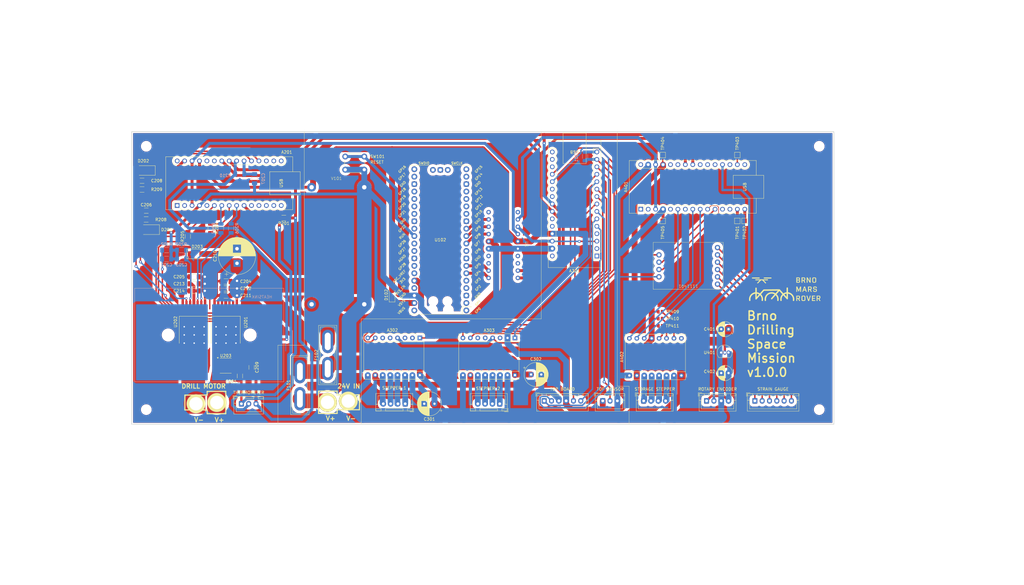
<source format=kicad_pcb>
(kicad_pcb (version 20240108) (generator "pcbnew") (generator_version "8.0")
  (layers (0 "F.Cu" signal) (31 "B.Cu" signal) (34 "B.Paste" user) (35 "F.Paste" user) (36 "B.SilkS" user "B.Silkscreen") (37 "F.SilkS" user "F.Silkscreen") (38 "B.Mask" user) (39 "F.Mask" user) (44 "Edge.Cuts" user))
  (net 0 "")
  (net 3 "Net-(A201-D3)")
  (net 5 "Net-(A201-D7)")
  (net 7 "/Motor control/RESET")
  (net 8 "Net-(A201-A2)")
  (net 10 "Net-(A201-A0)")
  (net 12 "/Linear drive control/RESET")
  (net 14 "GND")
  (net 15 "Net-(A201-A1)")
  (net 18 "/Linear drive control/SCL")
  (net 19 "Net-(A201-D6)")
  (net 21 "+5V")
  (net 25 "Net-(A201-D5)")
  (net 26 "/Linear drive control/SDA")
  (net 27 "Net-(A201-D4)")
  (net 29 "Net-(A201-A3)")
  (net 31 "Net-(A301-D9)")
  (net 34 "Net-(A301-D11)")
  (net 35 "Net-(A301-D4)")
  (net 38 "/Storage and weighing/RESET")
  (net 40 "Net-(A301-D10)")
  (net 41 "Net-(A301-D7)")
  (net 42 "Net-(A301-A0)")
  (net 44 "Net-(A301-A1)")
  (net 45 "Net-(A301-D6)")
  (net 46 "Net-(A301-D5)")
  (net 47 "Net-(A301-D3)")
  (net 51 "Net-(A301-D2)")
  (net 53 "Net-(A301-D12)")
  (net 55 "Net-(A301-D8)")
  (net 56 "Net-(A302-B1)")
  (net 57 "Net-(A302-B2)")
  (net 59 "Net-(A302-A2)")
  (net 60 "+24V")
  (net 61 "Net-(A302-A1)")
  (net 67 "Net-(A303-B2)")
  (net 68 "Net-(A303-A2)")
  (net 69 "Net-(A303-A1)")
  (net 70 "Net-(A303-B1)")
  (net 72 "HALL_SIG")
  (net 75 "DRIV_DIR")
  (net 80 "Net-(A401-D12)")
  (net 82 "ADC_SCK")
  (net 83 "Net-(V101-+Vin)")
  (net 85 "ADC_DT")
  (net 86 "DRIV_STP")
  (net 88 "DRIV_SLP")
  (net 89 "Net-(A401-3V3)")
  (net 91 "Net-(A401-D11)")
  (net 94 "Net-(A402-MS3)")
  (net 95 "Net-(A402-1A)")
  (net 96 "Net-(A402-1B)")
  (net 97 "Net-(A402-2A)")
  (net 100 "Net-(A402-2B)")
  (net 101 "Net-(A402-MS1)")
  (net 102 "Net-(A402-MS2)")
  (net 103 "Net-(U201-SR)")
  (net 104 "Net-(U202-SR)")
  (net 105 "Net-(U203-FILTER)")
  (net 106 "Net-(J401-Pin_1)")
  (net 108 "Net-(U1-A3)")
  (net 109 "Net-(D102-K)")
  (net 111 "Net-(U1-A1)")
  (net 112 "Net-(U1-A7)")
  (net 113 "Net-(U1-A6)")
  (net 114 "Net-(Dean101-Pin_1)")
  (net 115 "Net-(Dean201-Pin_1)")
  (net 116 "Net-(Dean201-Pin_2)")
  (net 118 "Net-(U1-A2)")
  (net 119 "Net-(1111401-E-)")
  (net 120 "Net-(1111401-B+)")
  (net 121 "Net-(1111401-B-)")
  (net 122 "Net-(1111401-A-)")
  (net 123 "Net-(U201-IN)")
  (net 124 "Net-(U201-INH)")
  (net 125 "Net-(U202-IN)")
  (net 126 "Net-(U202-INH)")
  (net 127 "Net-(U102-RUN)")
  (net 194 "Net-(U201-OUT-Pad8)")
  (net 195 "Net-(C211-Pad1)")
  (net 196 "Net-(C213-Pad2)")
  (net 197 "Net-(1111401-E+)")
  (net 198 "Net-(1111401-A+)")
  (net 202 "+3.3V")
  (footprint "Capacitor_SMD:C_1206_3216Metric_Pad1.33x1.80mm_HandSolder" (layer "F.Cu") (at 116.3625 147 180)
    (property "Reference" "C213")
    (property "Value" "100n/50V")
  )
  (footprint "Diode_SMD:D_SMA" (layer "F.Cu") (at 101 128.5 180)
    (property "Reference" "D201")
    (property "Value" "SMAJ5.0CA")
  )
  (footprint "Capacitor_THT:CP_Radial_D5.0mm_P2.50mm" (layer "F.Cu") (at 299 177.5 180)
    (property "Reference" "C402")
    (property "Value" "C_Polarized")
  )
  (footprint "Package_SO:SOIC-8_3.9x4.9mm_P1.27mm" (layer "F.Cu") (at 127.14 174.97582)
    (property "Reference" "U203")
    (property "Value" "ACS712xLCTR-20A")
  )
  (footprint "Capacitor_SMD:C_1206_3216Metric_Pad1.33x1.80mm_HandSolder" (layer "F.Cu") (at 136 175.5625 -90)
    (property "Reference" "C209")
    (property "Value" "1n")
  )
  (footprint "MountingHole:MountingHole_3.2mm_M3" (layer "F.Cu") (at 330 100)
    (property "Reference" "REF**" (hide yes))
    (property "Value" "MountingHole_3.2mm_M3" (hide yes))
  )
  (footprint "TestPoint:TestPoint_Pad_1.5x1.5mm" (layer "F.Cu") (at 276.5 103)
    (property "Reference" "TP404")
    (property "Value" "TestPoint")
  )
  (footprint "Capacitor_SMD:C_1206_3216Metric_Pad1.33x1.80mm_HandSolder" (layer "F.Cu") (at 132 178.5 90)
    (property "Reference" "C201")
    (property "Value" "100n")
  )
  (footprint "Capacitor_SMD:C_1206_3216Metric_Pad1.33x1.80mm_HandSolder" (layer "F.Cu") (at 98.55 111.76875)
    (property "Reference" "C208")
    (property "Value" "1n")
  )
  (footprint "drill_IFX007T:TO127P1500X440-8N_plusVias" (layer "F.Cu") (at 116.27 160.67582 -90)
    (property "Reference" "U202")
    (property "Value" "IFX007T")
  )
  (footprint "drill_T-DEAN:DEANS" (layer "F.Cu") (at 166.5 187.5 90)
    (property "Reference" "Dean101" (hide yes))
    (property "Value" "24V IN")
  )
  (footprint "Connector_JST:JST_XH_B4B-XH-A_1x04_P2.50mm_Vertical" (layer "F.Cu") (at 220.8 188 180)
    (property "Reference" "J306" (hide yes))
    (property "Value" "STEPPER 2")
  )
  (footprint "Capacitor_THT:CP_Radial_D12.5mm_P5.00mm" (layer "F.Cu") (at 131 140 90)
    (property "Reference" "C210")
    (property "Value" "1000uF/50V")
  )
  (footprint "Module:Arduino_Nano" (layer "F.Cu") (at 254 137.5 180)
    (property "Reference" "A301")
    (property "Value" "Arduino_Nano_v3.x")
  )
  (footprint "Module:Pololu_Breakout-16_15.2x20.3mm" (layer "F.Cu") (at 226 165.5 -90)
    (property "Reference" "A303")
    (property "Value" "Driver_TMC2209")
  )
  (footprint "Connector_JST:JST_XH_B4B-XH-A_1x04_P2.50mm_Vertical" (layer "F.Cu") (at 270 187)
    (property "Reference" "J403" (hide yes))
    (property "Value" "STORAGE STEPPER")
  )
  (footprint "logo:logo" (layer "F.Cu") (at 318.5 149)
    (property "Reference" "G***" (hide yes))
    (property "Value" "LOGO" (hide yes))
  )
  (footprint "Diode_SMD:D_SMA" (layer "F.Cu") (at 99.55 108.26875 180)
    (property "Reference" "D202")
    (property "Value" "SMAJ5.0CA")
  )
  (footprint "Module:Arduino_Nano" (layer "F.Cu") (at 269 121.5 90)
    (property "Reference" "A401")
    (property "Value" "Arduino_Nano_v3.x")
  )
  (footprint "Fuse:Fuse_Blade_ATO_directSolder" (layer "F.Cu") (at 152.5 186.3 90)
    (property "Reference" "F101")
    (property "Value" "5A")
  )
  (footprint "MountingHole:MountingHole_3.2mm_M3" (layer "F.Cu") (at 100 100)
    (property "Reference" "REF**" (hide yes))
    (property "Value" "MountingHole_3.2mm_M3" (hide yes))
  )
  (footprint "Connector_JST:JST_XH_B4B-XH-A_1x04_P2.50mm_Vertical" (layer "F.Cu") (at 291.5 187)
    (property "Reference" "J401" (hide yes))
    (property "Value" "ROTARY ENCODER")
  )
  (footprint "Capacitor_SMD:C_1206_3216Metric_Pad1.33x1.80mm_HandSolder" (layer "F.Cu") (at 127.2375 151 180)
    (property "Reference" "C211")
    (property "Value" "100n/50V")
  )
  (footprint "Diode_SMD:D_SOD-123" (layer "F.Cu") (at 184 150.85 90)
    (property "Reference" "D102")
    (property "Value" "D_Schottky")
  )
  (footprint "Capacitor_SMD:C_0504_1310Metric_Pad0.83x1.28mm_HandSolder" (layer "F.Cu") (at 275.6425 158.91)
    (property "Reference" "TP410")
    (property "Value" "TestPoint_2Pole")
  )
  (footprint "Capacitor_THT:CP_Radial_D5.0mm_P2.50mm" (layer "F.Cu") (at 299 162.5 180)
    (property "Reference" "C401")
    (property "Value" "C_Polarized")
  )
  (footprint "Capacitor_SMD:C_1206_3216Metric_Pad1.33x1.80mm_HandSolder" (layer "F.Cu") (at 127.2375 146.2 180)
    (property "Reference" "C204")
    (property "Value" "100n/50V")
  )
  (footprint "Connector_JST:JST_XH_B3B-XH-A_1x03_P2.50mm_Vertical" (layer "F.Cu") (at 132.5 188)
    (property "Reference" "J201" (hide yes))
    (property "Value" "THERMOMETER")
  )
  (footprint "Module:Arduino_Nano" (layer "F.Cu") (at 110.56 120.24 90)
    (property "Reference" "A201")
    (property "Value" "Arduino_Nano_v3.x")
  )
  (footprint "Capacitor_SMD:C_0504_1310Metric_Pad0.83x1.28mm_HandSolder" (layer "F.Cu") (at 275.6525 156.55)
    (property "Reference" "TP409")
    (property "Value" "TestPoint_2Pole")
  )
  (footprint "Module:Pololu_Breakout-16_15.2x20.3mm" (layer "F.Cu") (at 265.11 178.34 90)
    (property "Reference" "A402")
    (property "Value" "Pololu_Breakout_A4988")
  )
  (footprint "Capacitor_THT:CP_Radial_D8.0mm_P3.50mm" (layer "F.Cu") (at 231.5 178)
    (property "Reference" "C302")
    (property "Value" "100μ")
  )
  (footprint "Capacitor_SMD:C_0504_1310Metric_Pad0.83x1.28mm_HandSolder" (layer "F.Cu") (at 275.6925 161.38)
    (property "Reference" "TP411")
    (property "Value" "TestPoint_2Pole")
  )
  (footprint "Package_TO_SOT_THT:TO-92L_Inline" (layer "F.Cu") (at 296.46 170.5)
    (property "Reference" "U401")
    (property "Value" "HT75xx-1-SOT89")
  )
  (footprint "Diode_SMD:D_SMA" (layer "F.Cu") (at 117.4 136.8)
    (property "Reference" "D203")
    (property "Value" "SMAJ24A")
  )
  (footprint "Connector_JST:JST_XH_B3B-XH-A_1x03_P2.50mm_Vertical" (layer "F.Cu") (at 256 187)
    (property "Reference" "J307" (hide yes))
    (property "Value" "TOF SENSOR")
  )
  (footprint "drill_dcdc_converter_LM2596:dcdc_menic" (layer "F.Cu") (at 165.5 134 90)
    (property "Reference" "V101")
    (property "Value" "TBA2-0511")
  )
  (footprint "Connector_JST:JST_XH_B4B-XH-A_1x04_P2.50mm_Vertical" (layer "F.Cu") (at 188.5 188 180)
    (property "Reference" "J302" (hide yes))
    (property "Value" "STEPPER 1")
  )
  (footprint "drill_hx711footp:HX711" (layer "F.Cu") (at 285.23 140.86 180)
    (property "Reference" "1111401")
    (property "Value" "~")
  )
  (footprint "Resistor_SMD:R_1206_3216Metric_Pad1.30x1.75mm_HandSolder" (layer "F.Cu") (at 98.55 114.76875 180)
    (property "Reference" "R209")
    (property "Value" "820")
  )
  (footprint "Capacitor_SMD:C_1206_3216Metric_Pad1.33x1.80mm_HandSolder" (layer "F.Cu") (at 127.2375 148.6 180)
    (property "Reference" "C212")
    (property "Value" "100n/50V")
  )
  (footprint "Resistor_SMD:R_1206_3216Metric_Pad1.30x1.75mm_HandSolder" (layer "F.Cu") (at 147 124.5 180)
    (property "Reference" "R201")
    (property "Value" "4k7")
  )
  (footprint "TestPoint:TestPoint_Pad_1.5x1.5mm" (layer "F.Cu") (at 304.5 125.5)
    (property "Reference" "TP402")
    (property "Value" "TestPoint")
  )
  (footprint "TestPoint:TestPoint_Pad_1.5x1.5mm" (layer "F.Cu") (at 302 103)
    (property "Reference" "TP403")
    (property "Value" "TestPoint")
  )
  (footprint "drill_IFX007T:TO127P1500X440-8N_plusVias" (layer "F.Cu") (at 127.14 160.67582 -90)
    (property "Reference" "U201")
    (property "Value" "IFX007T")
  )
  (footprint "Connector_JST:JST_XH_B6B-XH-A_1x06_P2.50mm_Vertical" (layer "F.Cu") (at 308 187)
    (property "Reference" "J402" (hide yes))
    (property "Value" "STRAIN GAUGE")
  )
  (footprint "Capacitor_THT:CP_Radial_D8.0mm_P3.50mm" (layer "F.Cu") (at 198.5 188 180)
    (property "Reference" "C301")
    (property "Value" "100μ")
  )
  (footprint "Capacitor_SMD:C_1206_3216Metric_Pad1.33x1.80mm_HandSolder" (layer "F.Cu") (at 116.3625 149.4 180)
    (property "Reference" "C214")
    (property "Value" "100n/50V")
  )
  (footprint "Resistor_SMD:R_1206_3216Metric_Pad1.30x1.75mm_HandSolder" (layer "F.Cu") (at 99.95 125 180)
    (property "Reference" "R208")
    (property "Value" "820")
  )
  (footprint "Button_Switch_THT:SW_PUSH_6mm_H5mm" (layer "F.Cu") (at 168 103.5)
    (property "Reference" "SW101")
    (property "Value" "RPi reset")
  )
  (footprint "Module:Pololu_Breakout-16_15.2x20.3mm" (layer "F.Cu") (at 193.5 165.5 -90)
    (property "Reference" "A302")
    (property "Value" "Driver_TMC2209")
  )
  (footprint "MountingHole:MountingHole_3.2mm_M3" (layer "F.Cu") (at 100 190)
    (property "Reference" "REF**" (hide yes))
    (property "Value" "MountingHole_3.2mm_M3" (hide yes))
  )
  (footprint "TestPoint:TestPoint_Pad_1.5x1.5mm" (layer "F.Cu") (at 276.5 125.5 180)
    (property "Reference" "TP405")
    (property "Value" "TestPoint")
  )
  (footprint "Resistor_SMD:R_1206_3216Metric_Pad1.30x1.75mm_HandSolder" (layer "F.Cu") (at 122 128.05 90)
    (property "Reference" "R204")
    (property "Value" "10k")
  )
  (footprint "MountingHole:MountingHole_3.2mm_M3" (layer "F.Cu") (at 330 190)
    (property "Reference" "REF**" (hide yes))
    (property "Value" "MountingHole_3.2mm_M3" (hide yes))
  )
  (footprint "drill_T-DEAN:DEANS" (layer "F.Cu") (at 119.54 187.57582 -90)
    (property "Reference" "Dean201" (hide yes))
    (property "Value" "DRILL MOTOR")
  )
  (footprint "Fuse:Fuse_Blade_ATO_directSolder" (layer "F.Cu") (at 162 176 90)
    (property "Reference" "F102")
    (property "Value" "2A")
  )
  (footprint "drill_RP-Pico Libraries:RPi_Pico_SMD_TH" (layer "F.Cu") (at 200.5 131.97 180)
    (property "Reference" "U102")
    (property "Value" "Pico")
  )
  (footprint "TestPoint:TestPoint_Pad_1.5x1.5mm" (layer "F.Cu") (at 302 125.5)
    (property "Reference" "TP401")
    (property "Value" "TestPoint")
  )
  (footprint "Connector_JST:JST_XH_B6B-XH-A_1x06_P2.50mm_Vertical" (layer "F.Cu") (at 236 187)
    (property "Reference" "J301" (hide yes))
    (property "Value" "TOP BOARD")
  )
  (footprint "Capacitor_SMD:C_1206_3216Metric_Pad1.33x1.80mm_HandSolder" (layer "F.Cu") (at 100 122)
    (property "Reference" "C206")
    (property "Value" "1n")
  )
  (footprint "Capacitor_SMD:C_1206_3216Metric_Pad1.33x1.80mm_HandSolder" (layer "F.Cu") (at 116.3625 144.6 180)
    (property "Reference" "C205")
    (property "Value" "100n/50V")
  )
  (footprint "Resistor_SMD:R_1206_3216Metric_Pad1.30x1.75mm_HandSolder" (layer "F.Cu") (at 114.2 130.8 90)
    (property "Reference" "R205")
    (property "Value" "10k")
  )
  (footprint "drill_i2c_level_shifter:logic_convertor_8ch" (layer "F.Cu") (at 222 133.5 -90)
    (property "Reference" "U1")
    (property "Value" "FXMA108")
  )
  (footprint "Capacitor_SMD:C_1206_3216Metric_Pad1.33x1.80mm_HandSolder" (layer "B.Cu") (at 137 111.0625 -90)
    (property "Reference" "C207")
    (property "Value" "100n")
  )
  (footprint "Capacitor_SMD:C_1206_3216Metric_Pad1.33x1.80mm_HandSolder" (layer "B.Cu") (at 106.9375 138.5)
    (property "Reference" "C202")
    (property "Value" "100n")
  )
  (footprint "Resistor_SMD:R_1206_3216Metric_Pad1.30x1.75mm_HandSolder" (layer "B.Cu") (at 129 128.05 90)
    (property "Reference" "R206")
    (property "Value" "10k")
  )
  (footprint "Resistor_SMD:R_1206_3216Metric_Pad1.30x1.75mm_HandSolder" (layer "B.Cu") (at 112.05 135.5)
    (property "Reference" "R203")
    (property "Value" "10k")
  )
  (footprint "Capacitor_SMD:C_1206_3216Metric_Pad1.33x1.80mm_HandSolder" (layer "B.Cu") (at 112.0625 138.5 180)
    (property "Reference" "C203")
    (property "Value" "100n")
  )
  (footprint "Resistor_SMD:R_1206_3216Metric_Pad1.30x1.75mm_HandSolder" (layer "B.Cu") (at 125.5 128.05 90)
    (property "Reference" "R207")
    (property "Value" "10k")
  )
  (footprint "Resistor_SMD:R_1206_3216Metric_Pad1.30x1.75mm_HandSolder" (layer "B.Cu") (at 106.95 135.5 180)
    (property "Reference" "R202")
    (property "Value" "10k")
  )
  (footprint "Resistor_SMD:R_1206_3216Metric" (layer "B.Cu") (at 250 103.4625 90)
    (property "Reference" "R301")
    (property "Value" "1k")
  )
  (footprint "Resistor_SMD:R_1206_3216Metric_Pad1.30x1.75mm_HandSolder" (layer "B.Cu") (at 131.95 109.5 180)
    (property "Reference" "R210")
    (property "Value" "330k")
  )
  (footprint "heatsink:drill_heatsink" (layer "B.Cu") (at 147 148.5 180)
    (property "Reference" "HEATSINK")
    (property "Value" "drill_heatsink")
  )
  (gr_line (start 154 168) (end 145 168) (stroke (width 0.1)) (layer "F.SilkS"))
  (gr_line (start 235 159) (end 235 95) (stroke (width 0.1)) (layer "F.SilkS"))
  (gr_line (start 265 195) (end 265 182) (stroke (width 0.1)) (layer "F.SilkS"))
  (gr_line (start 154 95) (end 154 168) (stroke (width 0.1)) (layer "F.SilkS"))
  (gr_line (start 145 168) (end 145 195) (stroke (width 0.1)) (layer "F.SilkS"))
  (gr_line (start 265 182) (end 261 182) (stroke (width 0.1)) (layer "F.SilkS"))
  (gr_line (start 173.5 195) (end 173.5 159) (stroke (width 0.1)) (layer "F.SilkS"))
  (gr_line (start 173.5 159) (end 235 159) (stroke (width 0.1)) (layer "F.SilkS"))
  (gr_line (start 261 182) (end 261 95) (stroke (width 0.1)) (layer "F.SilkS"))
  (gr_rect (start 95 95) (end 335 195) (stroke (width 0.2)) (fill none) (layer "Edge.Cuts"))
  (gr_text "Brno\nDrilling\nSpace\nMission\nv1.0.0" (at 305 179 0) (layer "F.SilkS") (effects (font (size 3 3) (thickness 0.5) (bold yes)) (justify left bottom)))
  (gr_text "RESET" (at 176.5 106 0) (layer "F.SilkS") (effects (font (size 1 1)) (justify left bottom)))
  (segment (start 114.2 129.25) (end 118.45 125) (width 0.5) (layer "F.Cu") (net 3))
  (segment (start 118.45 125) (end 118.5 125) (width 0.5) (layer "F.Cu") (net 3))
  (segment (start 118.5 125) (end 123.26 120.24) (width 0.5) (layer "F.Cu") (net 3))
  (segment (start 137.5 124.5) (end 145.45 124.5) (width 1) (layer "F.Cu") (net 5))
  (segment (start 145.5 124.55) (end 145.45 124.5) (width 1) (layer "F.Cu") (net 5))
  (segment (start 133.42 120.24) (end 133.42 120.42) (width 1) (layer "F.Cu") (net 5))
  (segment (start 133.42 120.42) (end 137.5 124.5) (width 1) (layer "F.Cu") (net 5))
  (segment (start 145.5 127.8) (end 145.5 124.55) (width 1) (layer "F.Cu") (net 5))
  (via (at 145.5 127.8) (size 1) (drill 0.5) (layers "F.Cu" "B.Cu") (net 5))
  (segment (start 148.6 171.304667) (end 148.6 180.3) (width 1) (layer "B.Cu") (net 5))
  (segment (start 148.6 180.3) (end 143.975 184.925) (width 1) (layer "B.Cu") (net 5))
  (segment (start 131.416574 184.925) (end 129.5 186.841574) (width 1) (layer "B.Cu") (net 5))
  (segment (start 143.975 184.925) (end 131.416574 184.925) (width 1) (layer "B.Cu") (net 5))
  (segment (start 145.5 139) (end 149.4 142.9) (width 1) (layer "B.Cu") (net 5))
  (segment (start 149.4 170.504667) (end 148.6 171.304667) (width 1) (layer "B.Cu") (net 5))
  (segment (start 129.5 186.841574) (end 129.5 188.5) (width 1) (layer "B.Cu") (net 5))
  (segment (start 133.316852 190) (end 135 188.316852) (width 1) (layer "B.Cu") (net 5))
  (segment (start 135 188.316852) (end 135 188) (width 1) (layer "B.Cu") (net 5))
  (segment (start 149.4 142.9) (end 149.4 170.504667) (width 1) (layer "B.Cu") (net 5))
  (segment (start 131 190) (end 133.316852 190) (width 1) (layer "B.Cu") (net 5))
  (segment (start 129.5 188.5) (end 131 190) (width 1) (layer "B.Cu") (net 5))
  (segment (start 145.5 127.8) (end 145.5 139) (width 1) (layer "B.Cu") (net 5))
  (segment (start 115.64 120.24) (end 115.64 105) (width 1) (layer "F.Cu") (net 7))
  (segment (start 227 130) (end 225.438 128.438) (width 1) (layer "B.Cu") (net 7))
  (segment (start 121.64 99) (end 115.64 105) (width 1) (layer "B.Cu") (net 7))
  (segment (start 225.438 128.438) (end 225.438 108.656415) (width 1) (layer "B.Cu") (net 7))
  (segment (start 225.438 108.656415) (end 215.781585 99) (width 1) (layer "B.Cu") (net 7))
  (segment (start 215.781585 99) (end 121.64 99) (width 1) (layer "B.Cu") (net 7))
  (segment (start 133.42 109.42) (end 133.5 109.5) (width 1) (layer "B.Cu") (net 8))
  (segment (start 133.5 109.5) (end 137 109.5) (width 1) (layer "B.Cu") (net 8))
  (segment (start 133.42 105) (end 133.42 109.42) (width 1) (layer "B.Cu") (net 8))
  (segment (start 96.5 141) (end 96.5 115.26875) (width 0.5) (layer "F.Cu") (net 10))
  (segment (start 97 111.78125) (end 96.9875 111.76875) (width 0.5) (layer "F.Cu") (net 10))
  (segment (start 97 114.76875) (end 97 111.78125) (width 0.5) (layer "F.Cu") (net 10))
  (segment (start 124.04082 157) (end 124.6 156.44082) (width 0.5) (layer "F.Cu") (net 10))
  (segment (start 96.9875 108.83125) (end 97.55 108.26875) (width 0.5) (layer "F.Cu") (net 10))
  (segment (start 135.2 101.7) (end 138.5 105) (width 0.5) (layer "F.Cu") (net 10))
  (segment (start 96.9875 111.76875) (end 96.9875 108.83125) (width 0.5) (layer "F.Cu") (net 10))
  (segment (start 106.55 151) (end 106.55 151.648528) (width 0.5) (layer "F.Cu") (net 10))
  (segment (start 106.55 151.648528) (end 111.901472 157) (width 0.5) (layer "F.Cu") (net 10))
  (segment (start 111.901472 157) (end 124.04082 157) (width 0.5) (layer "F.Cu") (net 10))
  (segment (start 97.55 108.26875) (end 104.11875 101.7) (width 0.5) (layer "F.Cu") (net 10))
  (segment (start 96.5 115.26875) (end 97 114.76875) (width 0.5) (layer "F.Cu") (net 10))
  (segment (start 124.6 156.44082) (end 124.6 154.60582) (width 0.5) (layer "F.Cu") (net 10))
  (segment (start 104.11875 101.7) (end 135.2 101.7) (width 0.5) (layer "F.Cu") (net 10))
  (via (at 106.55 151) (size 1) (drill 0.5) (layers "F.Cu" "B.Cu") (net 10))
  (via (at 96.5 141) (size 1) (drill 0.5) (layers "F.Cu" "B.Cu") (net 10))
  (segment (start 106.5 151) (end 96.5 141) (width 0.5) (layer "B.Cu") (net 10))
  (segment (start 106.55 151) (end 106.5 151) (width 0.5) (layer "B.Cu") (net 10))
  (segment (start 248 132.5) (end 253.92 132.5) (width 0.5) (layer "F.Cu") (net 12))
  (segment (start 253.92 132.5) (end 254 132.42) (width 0.5) (layer "F.Cu") (net 12))
  (via (at 248 132.5) (size 1) (drill 0.5) (layers "F.Cu" "B.Cu") (net 12))
  (segment (start 231.92 132.42) (end 227 127.5) (width 1) (layer "B.Cu") (net 12))
  (segment (start 248 132.5) (end 238.84 132.5) (width 0.5) (layer "B.Cu") (net 12))
  (segment (start 238.84 132.5) (end 238.76 132.42) (width 0.5) (layer "B.Cu") (net 12))
  (segment (start 238.76 132.42) (end 231.92 132.42) (width 1) (layer "B.Cu") (net 12))
  (segment (start 131 135) (end 129.2 136.8) (width 2) (layer "F.Cu") (net 14))
  (segment (start 103 128.5) (end 103 126.5) (width 0.5) (layer "F.Cu") (net 14))
  (segment (start 104 128.5) (end 104 129.5) (width 1) (layer "F.Cu") (net 14))
  (segment (start 113.1 105) (end 112.822742 105) (width 1) (layer "F.Cu") (net 14))
  (segment (start 100.1125 109.70625) (end 101.55 108.26875) (width 0.5) (layer "F.Cu") (net 14))
  (segment (start 169.04 187.07582) (end 168.5 186.53582) (width 5) (layer "F.Cu") (net 14))
  (segment (start 128.9625 146) (end 128.7625 146.2) (width 0.8) (layer "F.Cu") (net 14))
  (segment (start 276.62 121.5) (end 276.62 125.38) (width 1) (layer "F.Cu") (net 14))
  (segment (start 276.62 125.38) (end 276.5 125.5) (width 1) (layer "F.Cu") (net 14))
  (segment (start 136.4375 176.9375) (end 132 176.9375) (width 1) (layer "F.Cu") (net 14))
  (segment (start 120.08 154.60582) (end 120.08 149.48) (width 0.8) (layer "F.Cu") (net 14))
  (segment (start 108.5 129.5) (end 108.92 129.5) (width 1) (layer "F.Cu") (net 14))
  (segment (start 130.95 151.05) (end 130.95 154.60582) (width 0.8) (layer "F.Cu") (net 14))
  (segment (start 104 108.26875) (end 101.55 108.26875) (width 0.5) (layer "F.Cu") (net 14))
  (segment (start 131 135) (end 134 135) (width 5) (layer "F.Cu") (net 14))
  (segment (start 117.925 147) (end 120 147) (width 1) (layer "F.Cu") (net 14))
  (segment (start 120 144.6) (end 117.9625 144.6) (width 0.8) (layer "F.Cu") (net 14))
  (segment (start 120 149.4) (end 120 147) (width 2) (layer "F.Cu") (net 14))
  (segment (start 108.92 129.5) (end 118.18 120.24) (width 1) (layer "F.Cu") (net 14))
  (segment (start 128.8 148.6) (end 131 148.6) (width 1) (layer "F.Cu") (net 14))
  (segment (start 168.5 154) (end 174.5 154) (width 5) (layer "F.Cu") (net 14))
  (segment (start 100.1125 111.76875) (end 100.1125 109.70625) (width 0.5) (layer "F.Cu") (net 14))
  (segment (start 131.94332 176.88082) (end 132 176.9375) (width 0.8) (layer "F.Cu") (net 14))
  (segment (start 104 108.26875) (end 104 128.5) (width 1) (layer "F.Cu") (net 14))
  (segment (start 120.08 149.48) (end 120 149.4) (width 0.8) (layer "F.Cu") (net 14))
  (segment (start 131 136) (end 131 135) (width 1) (layer "F.Cu") (net 14))
  (segment (start 131 146) (end 130.95 146.05) (width 0.8) (layer "F.Cu") (net 14))
  (segment (start 146.5 147.5) (end 152.2 147.5) (width 5) (layer "F.Cu") (net 14))
  (segment (start 146 148) (end 146.5 147.5) (width 2) (layer "F.Cu") (net 14))
  (segment (start 134 135) (end 146.5 147.5) (width 5) (layer "F.Cu") (net 14))
  (segment (start 120 147) (end 120.08 147.08) (width 0.8) (layer "F.Cu") (net 14))
  (segment (start 129.615 176.88082) (end 131.94332 176.88082) (width 0.8) (layer "F.Cu") (net 14))
  (segment (start 101.5 122.0625) (end 101.5625 122) (width 0.5) (layer "F.Cu") (net 14))
  (segment (start 131 148.6) (end 131 146) (width 2) (layer "F.Cu") (net 14))
  (segment (start 162 147.5) (end 168.5 154) (width 5) (layer "F.Cu") (net 14))
  (segment (start 131 151) (end 130.95 151.05) (width 0.8) (layer "F.Cu") (net 14))
  (segment (start 100.1 114.76875) (end 100.1125 114.75625) (width 0.5) (layer "F.Cu") (net 14))
  (segment (start 152.2 147.5) (end 162 147.5) (width 5) (layer "F.Cu") (net 14))
  (segment (start 120 147) (end 120 144.6) (width 2) (layer "F.Cu") (net 14))
  (segment (start 146 149) (end 146 148) (width 2) (layer "F.Cu") (net 14))
  (segment (start 104 129.5) (end 108.5 129.5) (width 1) (layer "F.Cu") (net 14))
  (segment (start 131 148.6) (end 131 151) (width 2) (layer "F.Cu") (net 14))
  (segment (start 109.553992 108.26875) (end 104 108.26875) (width 1) (layer "F.Cu") (net 14))
  (segment (start 131 146) (end 128.9625 146) (width 0.8) (layer "F.Cu") (net 14))
  (segment (start 129.2 136.8) (end 119.4 136.8) (width 2) (layer "F.Cu") (net 14))
  (segment (start 130.6 136.4) (end 131 136) (width 1) (layer "F.Cu") (net 14))
  (segment (start 100.1125 114.75625) (end 100.1125 111.76875) (width 0.5) (layer "F.Cu") (net 14))
  (segment (start 137.5 178) (end 136.4375 176.9375) (width 1) (layer "F.Cu") (net 14))
  (segment (start 103 128.5) (end 104 128.5) (width 0.5) (layer "F.Cu") (net 14))
  (segment (start 103 126.5) (end 101.5 125) (width 0.5) (layer "F.Cu") (net 14))
  (segment (start 101.5 125) (end 101.5 122.0625) (width 0.5) (layer "F.Cu") (net 14))
  (segment (start 112.822742 105) (end 109.553992 108.26875) (width 1) (layer "F.Cu") (net 14))
  (segment (start 137.5 188) (end 137.5 178) (width 1) (layer "F.Cu") (net 14))
  (via (at 108.5 129.5) (size 1) (drill 0.5) (layers "F.Cu" "B.Cu") (net 14))
  (via (at 131 148.6) (size 1.6) (drill 0.8) (layers "F.Cu" "B.Cu") (net 14))
  (via (at 131 146) (size 1.6) (drill 0.8) (layers "F.Cu" "B.Cu") (net 14))
  (via (at 120 149.4) (size 1.6) (drill 0.8) (layers "F.Cu" "B.Cu") (net 14))
  (via (at 120 147) (size 1.6) (drill 0.8) (layers "F.Cu" "B.Cu") (net 14))
  (via (at 120 144.6) (size 1.6) (drill 0.8) (layers "F.Cu" "B.Cu") (net 14))
  (via (at 131 151) (size 1.6) (drill 0.8) (layers "F.Cu" "B.Cu") (net 14))
  (segment (start 131 148.6) (end 131 149.4) (width 5) (layer "B.Cu") (net 14))
  (segment (start 152.5 116.3) (end 152.5 166.5) (width 1) (layer "B.Cu") (net 14))
  (segment (start 174.5 114.5) (end 174.5 114) (width 2) (layer "B.Cu") (net 14))
  (segment (start 181 120.5) (end 181 144.5) (width 2) (layer "B.Cu") (net 14))
  (segment (start 271.54 106.96) (end 271.54 106.26) (width 2) (layer "B.Cu") (net 14))
  (segment (start 190.96 183.96) (end 195 188) (width 2) (layer "B.Cu") (net 14))
  (segment (start 137 116.3) (end 137 112.625) (width 1) (layer "B.Cu") (net 14))
  (segment (start 219.6 135.1) (end 219.6 152) (width 2) (layer "B.Cu") (net 14))
  (segment (start 261 136.5) (end 262.049849 136.5) (width 2) (layer "B.Cu") (net 14))
  (segment (start 169.04 187.07582) (end 169.3 186.81582) (width 5) (layer "B.Cu") (net 14))
  (segment (start 108.5 135.5) (end 108.5 138.5) (width 1) (layer "B.Cu") (net 14))
  (segment (start 213.2 158.4) (end 197.164441 158.4) (width 2) (layer "B.Cu") (net 14))
  (segment (start 261 117.5) (end 271.54 106.96) (width 2) (layer "B.Cu") (net 14))
  (segment (start 261 144.78) (end 261 117.5) (width 2) (layer "B.Cu") (net 14))
  (segment (start 238.590559 183.925) (end 235.5 183.925) (width 2) (layer "B.Cu") (net 14))
  (segment (start 280.35 178.34) (end 280.35 192.35) (width 2) (layer "B.Cu") (net 14))
  (segment (start 238.72 135) (end 238.76 134.96) (width 2) (layer "B.Cu") (net 14))
  (segment (start 295.905 176.905) (end 296.5 177.5) (width 2) (layer "B.Cu") (net 14))
  (segment (start 169.3 186.81582) (end 169.3 159.2) (width 5) (layer "B.Cu") (net 14))
  (segment (start 108.5 129.5) (end 108.5 135.5) (width 1) (layer "B.Cu") (net 14))
  (segment (start 110.5 138.5) (end 108.5 138.5) (width 1) (layer "B.Cu") (net 14))
  (segment (start 241 186.334441) (end 238.590559 183.925) (width 2) (layer "B.Cu") (net 14))
  (segment (start 234.075 183.925) (end 232.5 185.5) (width 2) (layer "B.Cu") (net 14))
  (segment (start 194 155.235559) (end 194 152.697309) (width 2) (layer "B.Cu") (net 14))
  (segment (start 187.52 151.02) (end 191.61 151.02) (width 2) (layer "B.Cu") (net 14))
  (segment (start 156.6 189.9) (end 153.2 193.3) (width 1) (layer "B.Cu") (net 14))
  (segment (start 131 147.6) (end 135.5 143.1) (width 5) (layer "B.Cu") (net 14))
  (segment (start 261 178.5) (end 261 187) (width 2) (layer "B.Cu") (net 14))
  (segment (start 261.17 144.61) (end 261 144.78) (width 0.2) (layer "B.Cu") (net 14))
  (segment (start 219.6 152) (end 213.2 158.4) (width 2) (layer "B.Cu") (net 14))
  (segment (start 261 178.5) (end 261 144.78) (width 2) (layer "B.Cu") (net 14))
  (segment (start 169.04 187.07582) (end 169.07582 187.07582) (width 5) (layer "B.Cu") (net 14))
  (segment (start 219.5 135) (end 217 135) (width 2) (layer "B.Cu") (net 14))
  (segment (start 174.5 154) (end 174.5 114) (width 5) (layer "B.Cu") (net 14))
  (segment (start 174.5 114) (end 181 120.5) (width 2) (layer "B.Cu") (net 14))
  (segment (start 295.905 163.095) (end 295.905 176.905) (width 2) (layer "B.Cu") (net 14))
  (segment (start 296.5 187) (end 296.5 186.817031) (width 0.8) (layer "B.Cu") (net 14))
  (segment (start 173 191) (end 174 192) (width 5) (layer "B.Cu") (net 14))
  (segment (start 190.96 178.2) (end 190.96 183.96) (width 2) (layer "B.Cu") (net 14))
  (segment (start 156.6 170.6) (end 156.6 189.9) (width 1) (layer "B.Cu") (net 14))
  (segment (start 296.5 187) (end 296.5 177.5) (width 2) (layer "B.Cu") (net 14))
  (segment (start 232.5 192) (end 233 192.5) (width 4) (layer "B.Cu") (net 14))
  (segment (start 172.2 116.3) (end 137 116.3) (width 1) (layer "B.Cu") (net 14))
  (segment (start 174.5 108) (end 168 108) (width 2) (layer "B.Cu") (net 14))
  (segment (start 169.3 159.2) (end 174.5 154) (width 5) (layer "B.Cu") (net 14))
  (segment (start 296.5 187) (end 296.5 192.5) (width 2) (layer "B.Cu") (net 14))
  (segment (start 262.049849 136.5) (end 276.62 121.929849) (width 2) (layer "B.Cu") (net 14))
  (segment (start 233 192.5) (end 261.5 192.5) (width 4) (layer "B.Cu") (net 14))
  (segment (start 223.46 191.46) (end 224 192) (width 2) (layer "B.Cu") (net 14))
  (segment (start 175.72 178.2) (end 175.72 180.39582) (width 2) (layer "B.Cu") (net 14))
  (segment (start 108.5 135.5) (end 110.5 135.5) (width 1) (layer "B.Cu") (net 14))
  (segment (start 153.2 193.3) (end 142.8 193.3) (width 1) (layer "B.Cu") (net 14))
  (segment (start 195 188) (end 195 192) (width 2) (layer "B.Cu") (net 14))
  (segment (start 241 187) (end 241 186.334441) (width 2) (layer "B.Cu") (net 14))
  (segment (start 152.5 166.5) (end 156.6 170.6) (width 1) (layer "B.Cu") (net 14))
  (segment (start 121.8 142.2) (end 121.8 149.9) (width 5) (layer "B.Cu") (net 14))
  (segment (start 135.5 137.5) (end 133 135) (width 5) (layer "B.Cu") (net 14))
  (segment (start 265.11 178.34) (end 261.16 178.34) (width 2) (layer "B.Cu") (net 14))
  (segment (start 275.23 144.61) (end 261.17 144.61) (width 0.5) (layer "B.Cu") (net 14))
  (segment (start 197.164441 158.4) (end 194 155.235559) (width 2) (layer "B.Cu") (net 14))
  (segment (start 169.07582 187.07582) (end 173 191) (width 5) (layer "B.Cu") (net 14))
  (segment (start 261.16 178.34) (end 261 178.5) (width 2) (layer "B.Cu") (net 14))
  (segment (start 174.5 114) (end 174.5 108) (width 2) (layer "B.Cu") (net 14))
  (segment (start 174 192) (end 199.5 192) (width 5) (layer "B.Cu") (net 14))
  (segment (start 280.35 192.35) (end 280.5 192.5) (width 2) (layer "B.Cu") (net 14))
  (segment (start 208.22 191.72) (end 208.5 192) (width 2) (layer "B.Cu") (net 14))
  (segment (start 194 152.697309) (end 192.322691 151.02) (width 2) (layer "B.Cu") (net 14))
  (segment (start 296.5 162.5) (end 295.905 163.095) (width 2) (layer "B.Cu") (net 14))
  (segment (start 223.46 178.2) (end 223.46 191.46) (width 2) (layer "B.Cu") (net 14))
  (segment (start 235 178) (end 235 183.425) (width 2) (layer "B.Cu") (net 14))
  (segment (start 235.5 183.925) (end 234.075 183.925) (width 2) (layer "B.Cu") (net 14))
  (segment (start 208.5 192) (end 224 192) (width 5) (layer "B.Cu") (net 14))
  (segment (start 261 192) (end 261.5 192.5) (width 2) (layer "B.Cu") (net 14))
  (segment (start 261.5 192.5) (end 280.5 192.5) (width 4) (layer "B.Cu") (net 14))
  (segment (start 280.5 192.5) (end 296.5 192.5) (width 4) (layer "B.Cu") (net 14))
  (segment (start 192.322691 151.02) (end 191.61 151.02) (width 2) (layer "B.Cu") (net 14))
  (segment (start 131 135) (end 129 135) (width 5) (layer "B.Cu") (net 14))
  (segment (start 232.5 185.5) (end 232.5 192) (width 2) (layer "B.Cu") (net 14))
  (segment (start 208.22 178.2) (end 208.22 191.72) (width 2) (layer "B.Cu") (net 14))
  (segment (start 227 135) (end 238.72 135) (width 2) (layer "B.Cu") (net 14))
  (segment (start 129 135) (end 121.8 142.2) (width 5) (layer "B.Cu") (net 14))
  (segment (start 122.12 116.3) (end 118.18 120.24) (width 1) (layer "B.Cu") (net 14))
  (segment (start 142.8 193.3) (end 137.5 188) (width 1) (layer "B.Cu") (net 14))
  (segment (start 276.62 121.929849) (end 276.62 121.5) (width 2) (layer "B.Cu") (net 14))
  (segment (start 133 135) (end 131 135) (width 5) (layer "B.Cu") (net 14))
  (segment (start 235 183.425) (end 235.5 183.925) (width 2) (layer "B.Cu") (net 14))
  (segment (start 199.5 192) (end 208.5 192) (width 5) (layer "B.Cu") (net 14))
  (segment (start 224 192) (end 232.5 192) (width 5) (layer "B.Cu") (net 14))
  (segment (start 174.5 114) (end 172.2 116.3) (width 1) (layer "B.Cu") (net 14))
  (segment (start 261 187) (end 261 192) (width 2) (layer "B.Cu") (net 14))
  (segment (start 227 135) (end 219.5 135) (width 2) (layer "B.Cu") (net 14))
  (segment (start 135.5 143.1) (end 135.5 137.5) (width 5) (layer "B.Cu") (net 14))
  (segment (start 175.72 180.39582) (end 169.04 187.07582) (width 2) (layer "B.Cu") (net 14))
  (segment (start 219.5 135) (end 219.6 135.1) (width 2) (layer "B.Cu") (net 14))
  (segment (start 137 116.3) (end 122.12 116.3) (width 1) (layer "B.Cu") (net 14))
  (segment (start 296.5 186.817031) (end 296.8 186.517031) (width 0.8) (layer "B.Cu") (net 14))
  (segment (start 195 192) (end 199.5 192) (width 2) (layer "B.Cu") (net 14))
  (segment (start 110.5 135.5) (end 110.5 138.5) (width 1) (layer "B.Cu") (net 14))
  (segment (start 181 144.5) (end 187.52 151.02) (width 2) (layer "B.Cu") (net 14))
  (segment (start 99.35 107.65) (end 104.5 102.5) (width 0.5) (layer "F.Cu") (net 15))
  (segment (start 133.46 102.5) (end 135.96 105) (width 0.5) (layer "F.Cu") (net 15))
  (segment (start 99.35 109.257048) (end 99.35 107.65) (width 0.5) (layer "F.Cu") (net 15))
  (segment (start 98 129) (end 98.5 128.5) (width 0.5) (layer "F.Cu") (net 15))
  (segment (start 98.4 127.9) (end 98.4 125) (width 0.5) (layer "F.Cu") (net 15))
  (segment (start 98.4 125) (end 98.4 122.0375) (width 0.5) (layer "F.Cu") (net 15))
  (segment (start 98 139.5) (end 98 129) (width 0.5) (layer "F.Cu") (net 15))
  (segment (start 113.665737 154.541557) (end 113.73 154.60582) (width 0.5) (layer "F.Cu") (net 15))
  (segment (start 104.5 102.5) (end 133.46 102.5) (width 0.5) (layer "F.Cu") (net 15))
  (segment (start 98.375 110.232048) (end 99.35 109.257048) (width 0.5) (layer "F.Cu") (net 15))
  (segment (start 98.375 121.9375) (end 98.375 110.232048) (width 0.5) (layer "F.Cu") (net 15))
  (segment (start 113.665737 152) (end 113.665737 154.541557) (width 0.5) (layer "F.Cu") (net 15))
  (segment (start 98.4375 122) (end 98.375 121.9375) (width 0.5) (layer "F.Cu") (net 15))
  (segment (start 99 128.5) (end 98.4 127.9) (width 0.5) (layer "F.Cu") (net 15))
  (segment (start 98.4 122.0375) (end 98.4375 122) (width 0.5) (layer "F.Cu") (net 15))
  (via (at 98 139.5) (size 1) (drill 0.5) (layers "F.Cu" "B.Cu") (net 15))
  (via (at 113.665737 152) (size 0.8) (drill 0.4) (layers "F.Cu" "B.Cu") (net 15))
  (segment (start 110.5 152) (end 98 139.5) (width 0.5) (layer "B.Cu") (net 15))
  (segment (start 113.665737 152) (end 110.5 152) (width 0.5) (layer "B.Cu") (net 15))
  (segment (start 160.2 97.3) (end 229.317258 97.3) (width 1) (layer "F.Cu") (net 18))
  (segment (start 234.938 102.562) (end 234.938 104) (width 1) (layer "F.Cu") (net 18))
  (segment (start 240.2 97.3) (end 278.54 97.3) (width 1) (layer "F.Cu") (net 18))
  (segment (start 278.54 97.3) (end 284.24 103) (width 1) (layer "F.Cu") (net 18))
  (segment (start 241.2 124.7) (end 238.76 122.26) (width 1) (layer "F.Cu") (net 18))
  (segment (start 130.8 110) (end 147.5 110) (width 1) (layer "F.Cu") (net 18))
  (segment (start 234.938 104) (end 234.938 118.438) (width 1) (layer "F.Cu") (net 18))
  (segment (start 125.8 105) (end 130.8 110) (width 1) (layer "F.Cu") (net 18))
  (segment (start 284.24 103) (end 284.24 106.26) (width 1) (layer "F.Cu") (net 18))
  (segment (start 234.938 118.438) (end 238.76 122.26) (width 1) (layer "F.Cu") (net 18))
  (segment (start 227 142.5) (end 237.5 142.5) (width 1) (layer "F.Cu") (net 18))
  (segment (start 234.938 102.920742) (end 234.938 104) (width 1) (layer "F.Cu") (net 18))
  (segment (start 147.5 110) (end 160.2 97.3) (width 1) (layer "F.Cu") (net 18))
  (segment (start 234.938 102.562) (end 240.2 97.3) (width 1) (layer "F.Cu") (net 18))
  (segment (start 241.2 138.8) (end 241.2 124.7) (width 1) (layer "F.Cu") (net 18))
  (segment (start 229.317258 97.3) (end 234.938 102.920742) (width 1) (layer "F.Cu") (net 18))
  (segment (start 237.5 142.5) (end 241.2 138.8) (width 1) (layer "F.Cu") (net 18))
  (segment (start 129 125.74) (end 130.88 123.86) (width 0.5) (layer "B.Cu") (net 19))
  (segment (start 130.88 123.86) (end 130.88 120.24) (width 0.5) (layer "B.Cu") (net 19))
  (segment (start 129 126.5) (end 129 125.74) (width 0.5) (layer "B.Cu") (net 19))
  (segment (start 151 124.5) (end 151 114) (width 1) (layer "F.Cu") (net 21))
  (segment (start 245.3 190) (end 262 190) (width 2) (layer "F.Cu") (net 21))
  (segment (start 148.55 124.5) (end 151 124.5) (width 1) (layer "F.Cu") (net 21))
  (segment (start 266.9 137.13) (end 266.9 116.6) (width 2) (layer "F.Cu") (net 21))
  (segment (start 128.640001 173.07082) (end 127.94 173.770821) (width 0.8) (layer "F.Cu") (net 21))
  (segment (start 130.0625 180.0625) (end 132 180.0625) (width 0.8) (layer "F.Cu") (net 21))
  (segment (start 211 181.5) (end 240 181.5) (width 2) (layer "F.Cu") (net 21))
  (segment (start 272.78 161.38) (end 272.73 161.33) (width 0.2) (layer "F.Cu") (net 21))
  (segment (start 238.76 129.88) (end 234.12 129.88) (width 2) (layer "F.Cu") (net 21))
  (segment (start 132.5 180.5625) (end 132.5 188) (width 0.8) (layer "F.Cu") (net 21))
  (segment (start 275.23 137.11) (end 266.92 137.11) (width 0.5) (layer "F.Cu") (net 21))
  (segment (start 184 101) (end 215 101) (width 2) (layer "F.Cu") (net 21))
  (segment (start 234.12 129.88) (end 231.5 132.5) (width 2) (layer "F.Cu") (net 21))
  (segment (start 180.42863 181.5) (end 211 181.5) (width 2) (layer "F.Cu") (net 21))
  (segment (start 276.5 106.14) (end 276.62 106.26) (width 0.2) (layer "F.Cu") (net 21))
  (segment (start 275.015 158.91) (end 272.81 158.91) (width 0.5) (layer "F.Cu") (net 21))
  (segment (start 157 109) (end 165 101) (width 2) (layer "F.Cu") (net 21))
  (segment (start 118.18 106.68) (end 118.18 105) (width 1) (layer "F.Cu") (net 21))
  (segment (start 243.5 185) (end 243.5 187) (width 2) (layer "F.Cu") (net 21))
  (segment (start 266.92 137.11) (end 266.9 137.13) (width 0.2) (layer "F.Cu") (net 21))
  (segment (start 266.9 147.4) (end 266.9 137.13) (width 2) (layer "F.Cu") (net 21))
  (segment (start 215 101) (end 223 109) (width 2) (layer "F.Cu") (net 21))
  (segment (start 272.73 161.33) (end 272.73 158.99) (width 2) (layer "F.Cu") (net 21))
  (segment (start 156.5 114) (end 157 113.5) (width 2) (layer "F.Cu") (net 21))
  (segment (start 272.73 165.64) (end 272.73 161.33) (width 2) (layer "F.Cu") (net 21))
  (segment (start 267.65 184.35) (end 267.65 178.34) (width 2) (layer "F.Cu") (net 21))
  (segment (start 132 180.0625) (end 132.5 180.5625) (width 0.8) (layer "F.Cu") (net 21))
  (segment (start 256 187) (end 256 190) (width 2) (layer "F.Cu") (net 21))
  (segment (start 223 109) (end 223 128.916109) (width 2) (layer "F.Cu") (net 21))
  (segment (start 262 190) (end 267.65 184.35) (width 2) (layer "F.Cu") (net 21))
  (segment (start 272.73 156.52) (end 272.73 153.23) (width 2) (layer "F.Cu") (net 21))
  (segment (start 243.5 187) (end 243.5 188.2) (width 2) (layer "F.Cu") (net 21))
  (segment (start 267.65 171.149849) (end 272.73 166.069849) (width 2) (layer "F.Cu") (net 21))
  (segment (start 272.73 153.23) (end 266.9 147.4) (width 2) (layer "F.Cu") (net 21))
  (segment (start 210.76 178.2) (end 210.76 181.26) (width 2) (layer "F.Cu") (net 21))
  (segment (start 125.5 114) (end 118.18 106.68) (width 1) (layer "F.Cu") (net 21))
  (segment (start 127.94 173.770821) (end 127.94 177.94) (width 0.8) (layer "F.Cu") (net 21))
  (segment (start 156.5 114) (end 125.5 114) (width 1) (layer "F.Cu") (net 21))
  (segment (start 243.5 188.2) (end 245.3 190) (width 2) (layer "F.Cu") (net 21))
  (segment (start 178.26 179.33137) (end 180.42863 181.5) (width 2) (layer "F.Cu") (net 21))
  (segment (start 129.615 173.07082) (end 128.640001 173.07082) (width 0.8) (layer "F.Cu") (net 21))
  (segment (start 240 181.5) (end 243.5 185) (width 2) (layer "F.Cu") (net 21))
  (segment (start 272.73 158.99) (end 272.73 156.52) (width 2) (layer "F.Cu") (net 21))
  (segment (start 276.62 106.88) (end 276.62 106.26) (width 2) (layer "F.Cu") (net 21))
  (segment (start 266.9 116.6) (end 276.62 106.88) (width 2) (layer "F.Cu") (net 21))
  (segment (start 275.065 161.38) (end 272.78 161.38) (width 0.5) (layer "F.Cu") (net 21))
  (segment (start 226.583891 132.5) (end 227 132.5) (width 2) (layer "F.Cu") (net 21))
  (segment (start 275.025 156.55) (end 272.76 156.55) (width 0.5) (layer "F.Cu") (net 21))
  (segment (start 165 101) (end 184 101) (width 2) (layer "F.Cu") (net 21))
  (segment (start 210.76 181.26) (end 211 181.5) (width 2) (layer "F.Cu") (net 21))
  (segment (start 231.5 132.5) (end 227 132.5) (width 2) (layer "F.Cu") (net 21))
  (segment (start 178.26 178.2) (end 178.26 179.33137) (width 2) (layer "F.Cu") (net 21))
  (segment (start 272.73 166.069849) (end 272.73 165.64) (width 2) (layer "F.Cu") (net 21))
  (segment (start 276.5 103) (end 276.5 106.14) (width 0.5) (layer "F.Cu") (net 21))
  (segment (start 184 149.2) (end 184 101) (width 2) (layer "F.Cu") (net 21))
  (segment (start 157 113.5) (end 157 109) (width 2) (layer "F.Cu") (net 21))
  (segment (start 267.65 178.34) (end 267.65 171.149849) (width 2) (layer "F.Cu") (net 21))
  (segment (start 127.94 177.94) (end 130.0625 180.0625) (width 0.8) (layer "F.Cu") (net 21))
  (segment (start 272.76 156.55) (end 272.73 156.52) (width 0.2) (layer "F.Cu") (net 21))
  (segment (start 272.81 158.91) (end 272.73 158.99) (width 0.2) (layer "F.Cu") (net 21))
  (segment (start 223 128.916109) (end 226.583891 132.5) (width 2) (layer "F.Cu") (net 21))
  (via (at 151 124.5) (size 1) (drill 0.5) (layers "F.Cu" "B.Cu") (net 21))
  (segment (start 223.46 165.5) (end 223.46 167.46) (width 2) (layer "B.Cu") (net 21))
  (segment (start 250.15 137.057968) (end 250.15 129.88) (width 2) (layer "B.Cu") (net 21))
  (segment (start 145.075 186.225) (end 134.275 186.225) (width 1) (layer "B.Cu") (net 21))
  (segment (start 223.46 163.747968) (end 250.15 137.057968) (width 2) (layer "B.Cu") (net 21))
  (segment (start 223.46 167.46) (end 227 171) (width 2) (layer "B.Cu") (net 21))
  (segment (start 250.15 129.88) (end 238.96 129.88) (width 2) (layer "B.Cu") (net 21))
  (segment (start 149.9 171.843145) (end 149.9 181.4) (width 1) (layer "B.Cu") (net 21))
  (segment (start 223.46 165.5) (end 223.46 163.747968) (width 2) (layer "B.Cu") (net 21))
  (segment (start 241 171) (end 243.5 173.5) (width 2) (layer "B.Cu") (net 21))
  (segment (start 134.275 186.225) (end 132.5 188) (width 1) (layer "B.Cu") (net 21))
  (segment (start 151 124.5) (end 151 170.743145) (width 1) (layer "B.Cu") (net 21))
  (segment (start 243.5 173.5) (end 243.5 187) (width 2) (layer "B.Cu") (net 21))
  (segment (start 149.9 181.4) (end 145.075 186.225) (width 1) (layer "B.Cu") (net 21))
  (segment (start 227 171) (end 241 171) (width 2) (layer "B.Cu") (net 21))
  (segment (start 151 170.743145) (end 149.9 171.843145) (width 1) (layer "B.Cu") (net 21))
  (segment (start 122 126.5) (end 125.7 126.5) (width 0.5) (layer "F.Cu") (net 25))
  (segment (start 128.34 123.86) (end 128.34 120.24) (width 0.5) (layer "F.Cu") (net 25))
  (segment (start 125.7 126.5) (end 128.34 123.86) (width 0.5) (layer "F.Cu") (net 25))
  (segment (start 227 145) (end 237 145) (width 1) (layer "F.Cu") (net 26))
  (segment (start 279.78 96) (end 286.78 103) (width 1) (layer "F.Cu") (net 26))
  (segment (start 147 108) (end 159 96) (width 1) (layer "F.Cu") (net 26))
  (segment (start 242.5 123.46) (end 238.76 119.72) (width 1) (layer "F.Cu") (net 26))
  (segment (start 128.34 105) (end 131.34 108) (width 1) (layer "F.Cu") (net 26))
  (segment (start 159 96) (end 236 96) (width 1) (layer "F.Cu") (net 26))
  (segment (start 286.78 103) (end 286.78 106.26) (width 1) (layer "F.Cu") (net 26))
  (segment (start 237 145) (end 242.5 139.5) (width 1) (layer "F.Cu") (net 26))
  (segment (start 242.5 139.5) (end 242.5 123.46) (width 1) (layer "F.Cu") (net 26))
  (segment (start 236 98.9) (end 236 96) (width 1) (layer "F.Cu") (net 26))
  (segment (start 236 96) (end 279.78 96) (width 1) (layer "F.Cu") (net 26))
  (segment (start 131.34 108) (end 147 108) (width 1) (layer "F.Cu") (net 26))
  (via (at 236 99) (size 1) (drill 0.5) (layers "F.Cu" "B.Cu") (net 26))
  (segment (start 236 99) (end 236 116.96) (width 1) (layer "B.Cu") (net 26))
  (segment (start 236 98.9) (end 236 99) (width 1) (layer "B.Cu") (net 26))
  (segment (start 236 116.96) (end 238.76 119.72) (width 1) (layer "B.Cu") (net 26))
  (segment (start 125.5 120.54) (end 125.8 120.24) (width 0.5) (layer "B.Cu") (net 27))
  (segment (start 125.5 126.5) (end 125.5 120.54) (width 0.5) (layer "B.Cu") (net 27))
  (segment (start 133.38767 174.34082) (end 129.615 174.34082) (width 0.8) (layer "F.Cu") (net 29))
  (segment (start 141.72849 166) (end 133.38767 174.34082) (width 0.8) (layer "F.Cu") (net 29))
  (segment (start 148 166) (end 141.72849 166) (width 0.8) (layer "F.Cu") (net 29))
  (via (at 148 166) (size 1) (drill 0.5) (layers "F.Cu" "B.Cu") (net 29))
  (segment (start 108 118.5) (end 113.5 113) (width 1) (layer "B.Cu") (net 29))
  (segment (start 126.9 113) (end 130.4 109.5) (width 1) (layer "B.Cu") (net 29))
  (segment (start 130.666904 128) (end 114.5 128) (width 1) (layer "B.Cu") (net 29))
  (segment (start 114.5 128) (end 108 121.5) (width 1) (layer "B.Cu") (net 29))
  (segment (start 113.5 113) (end 126.9 113) (width 1) (layer "B.Cu") (net 29))
  (segment (start 108 121.5) (end 108 118.5) (width 1) (layer "B.Cu") (net 29))
  (segment (start 130.4 105.48) (end 130.88 105) (width 1) (layer "B.Cu") (net 29))
  (segment (start 148 166) (end 148 145.333096) (width 1) (layer "B.Cu") (net 29))
  (segment (start 148 145.333096) (end 130.666904 128) (width 1) (layer "B.Cu") (net 29))
  (segment (start 130.4 109.5) (end 130.4 105.48) (width 1) (layer "B.Cu") (net 29))
  (segment (start 178.26 165.5) (end 176.91 166.85) (width 0.5) (layer "F.Cu") (net 31))
  (segment (start 179.110811 160.2) (end 227.3 160.2) (width 0.5) (layer "F.Cu") (net 31))
  (segment (start 175.160811 166.85) (end 174.37 166.059189) (width 0.5) (layer "F.Cu") (net 31))
  (segment (start 174.37 166.059189) (end 174.37 164.940811) (width 0.5) (layer "F.Cu") (net 31))
  (segment (start 176.91 166.85) (end 175.160811 166.85) (width 0.5) (layer "F.Cu") (net 31))
  (segment (start 227.3 160.2) (end 245 142.5) (width 0.5) (layer "F.Cu") (net 31))
  (segment (start 245 142.5) (end 245 118.56) (width 0.5) (layer "F.Cu") (net 31))
  (segment (start 174.37 164.940811) (end 179.110811 160.2) (width 0.5) (layer "F.Cu") (net 31))
  (segment (start 245 118.56) (end 254 109.56) (width 0.5) (layer "F.Cu") (net 31))
  (segment (start 220.08 167.2) (end 234.8 167.2) (width 0.5) (layer "F.Cu") (net 34))
  (segment (start 234.8 167.2) (end 259.9 142.1) (width 0.5) (layer "F.Cu") (net 34))
  (segment (start 218.38 165.5) (end 220.08 167.2) (width 0.5) (layer "F.Cu") (net 34))
  (segment (start 259.9 142.1) (end 259.9 110.38) (width 0.5) (layer "F.Cu") (net 34))
  (segment (start 259.9 110.38) (end 254 104.48) (width 0.5) (layer "F.Cu") (net 34))
  (segment (start 187.64 167.26) (end 216.62 167.26) (width 1) (layer "B.Cu") (net 34))
  (segment (start 185.88 165.5) (end 187.64 167.26) (width 1) (layer "B.Cu") (net 34))
  (segment (start 216.62 167.26) (end 218.38 165.5) (width 1) (layer "B.Cu") (net 34))
  (segment (start 250.445 104.48) (end 250 104.925) (width 1) (layer "B.Cu") (net 34))
  (segment (start 254 104.48) (end 250.445 104.48) (width 1) (layer "B.Cu") (net 34))
  (segment (start 256.5 180.5) (end 258.5 182.5) (width 0.5) (layer "F.Cu") (net 35))
  (segment (start 258.5 182.5) (end 258.5 187) (width 0.5) (layer "F.Cu") (net 35))
  (via (at 256.5 180.5) (size 1) (drill 0.5) (layers "F.Cu" "B.Cu") (net 35))
  (segment (start 256.5 180.5) (end 256.5 124.76) (width 0.5) (layer "B.Cu") (net 35))
  (segment (start 256.5 124.76) (end 254 122.26) (width 0.5) (layer "B.Cu") (net 35))
  (segment (start 227 125) (end 228.562 123.438) (width 1) (layer "B.Cu") (net 38))
  (segment (start 228.562 123.438) (end 228.562 103.938) (width 1) (layer "B.Cu") (net 38))
  (segment (start 274.08 103) (end 274.08 106.26) (width 1) (layer "B.Cu") (net 38))
  (segment (start 268.08 97) (end 274.08 103) (width 1) (layer "B.Cu") (net 38))
  (segment (start 235.5 97) (end 268.08 97) (width 1) (layer "B.Cu") (net 38))
  (segment (start 228.562 103.938) (end 235.5 97) (width 1) (layer "B.Cu") (net 38))
  (segment (start 274.08 106.26) (end 274.08 121.5) (width 1) (layer "B.Cu") (net 38))
  (segment (start 258.6 111.62) (end 254 107.02) (width 0.5) (layer "F.Cu") (net 40))
  (segment (start 210.76 165.5) (end 212.26 164) (width 0.5) (layer "F.Cu") (net 40))
  (segment (start 237 164) (end 258.6 142.4) (width 0.5) (layer "F.Cu") (net 40))
  (segment (start 258.6 142.4) (end 258.6 111.62) (width 0.5) (layer "F.Cu") (net 40))
  (segment (start 212.26 164) (end 237 164) (width 0.5) (layer "F.Cu") (net 40))
  (segment (start 257.3 142.56863) (end 257.3 117.94) (width 0.5) (layer "F.Cu") (net 41))
  (segment (start 208.22 165.5) (end 208.22 163.4) (width 0.5) (layer "F.Cu") (net 41))
  (segment (start 257.3 117.94) (end 254 114.64) (width 0.5) (layer "F.Cu") (net 41))
  (segment (start 208.22 163.4) (end 208.42 163.2) (width 0.5) (layer "F.Cu") (net 41))
  (segment (start 236.66863 163.2) (end 257.3 142.56863) (width 0.5) (layer "F.Cu") (net 41))
  (segment (start 208.42 163.2) (end 236.66863 163.2) (width 0.5) (layer "F.Cu") (net 41))
  (segment (start 246 157.5) (end 260.7 142.8) (width 0.5) (layer "F.Cu") (net 42))
  (segment (start 246 187) (end 246 157.5) (width 0.5) (layer "F.Cu") (net 42))
  (segment (start 254.559189 100.59) (end 247.73 100.59) (width 0.5) (layer "F.Cu") (net 42))
  (segment (start 260.7 106.730811) (end 254.559189 100.59) (width 0.5) (layer "F.Cu") (net 42))
  (segment (start 260.7 142.8) (end 260.7 106.730811) (width 0.5) (layer "F.Cu") (net 42))
  (segment (start 247.73 100.59) (end 238.76 109.56) (width 0.5) (layer "F.Cu") (net 42))
  (segment (start 234.6 188.063298) (end 235.886702 189.35) (width 0.5) (layer "B.Cu") (net 44))
  (segment (start 234.6 185.936702) (end 234.6 188.063298) (width 0.5) (layer "B.Cu") (net 44))
  (segment (start 248.575 102.285) (end 238.76 112.1) (width 0.5) (layer "B.Cu") (net 44))
  (segment (start 250.15 189.35) (end 258 181.5) (width 0.5) (layer "B.Cu") (net 44))
  (segment (start 254.559189 100.59) (end 249.334202 100.59) (width 0.5) (layer "B.Cu") (net 44))
  (segment (start 258 181.5) (end 258 104.030811) (width 0.5) (layer "B.Cu") (net 44))
  (segment (start 236.938298 185.475) (end 235.061702 185.475) (width 0.5) (layer "B.Cu") (net 44))
  (segment (start 249.334202 100.59) (end 248.575 101.349202) (width 0.5) (layer "B.Cu") (net 44))
  (segment (start 235.886702 189.35) (end 250.15 189.35) (width 0.5) (layer "B.Cu") (net 44))
  (segment (start 248.575 101.349202) (end 248.575 102.285) (width 0.5) (layer "B.Cu") (net 44))
  (segment (start 235.061702 185.475) (end 234.6 185.936702) (width 0.5) (layer "B.Cu") (net 44))
  (segment (start 238.463298 187) (end 236.938298 185.475) (width 0.5) (layer "B.Cu") (net 44))
  (segment (start 238.5 187) (end 238.463298 187) (width 0.5) (layer "B.Cu") (net 44))
  (segment (start 258 104.030811) (end 254.559189 100.59) (width 0.5) (layer "B.Cu") (net 44))
  (segment (start 256 142.73726) (end 256 119.18) (width 0.5) (layer "F.Cu") (net 45))
  (segment (start 236.33726 162.4) (end 256 142.73726) (width 0.5) (layer "F.Cu") (net 45))
  (segment (start 193.5 165.5) (end 198.55 165.5) (width 0.5) (layer "F.Cu") (net 45))
  (segment (start 198.55 165.5) (end 201.65 162.4) (width 0.5) (layer "F.Cu") (net 45))
  (segment (start 201.65 162.4) (end 236.33726 162.4) (width 0.5) (layer "F.Cu") (net 45))
  (segment (start 256 119.18) (end 254 117.18) (width 0.5) (layer "F.Cu") (net 45))
  (segment (start 246.5 126.86) (end 253.64 119.72) (width 0.5) (layer "F.Cu") (net 46))
  (segment (start 175.72 165.5) (end 176.22 165.5) (width 0.5) (layer "F.Cu") (net 46))
  (segment (start 176.22 165.5) (end 180.72 161) (width 0.5) (layer "F.Cu") (net 46))
  (segment (start 236.60589 161) (end 246.5 151.10589) (width 0.5) (layer "F.Cu") (net 46))
  (segment (start 253.64 119.72) (end 254 119.72) (width 0.5) (layer "F.Cu") (net 46))
  (segment (start 246.5 151.10589) (end 246.5 126.86) (width 0.5) (layer "F.Cu") (net 46))
  (segment (start 180.72 161) (end 236.60589 161) (width 0.5) (layer "F.Cu") (net 46))
  (segment (start 252.5 126.3) (end 254 124.8) (width 0.5) (layer "B.Cu") (net 47))
  (segment (start 248.5 187) (end 252.5 183) (width 0.5) (layer "B.Cu") (net 47))
  (segment (start 252.5 183) (end 252.5 126.3) (width 0.5) (layer "B.Cu") (net 47))
  (segment (start 255 139.2) (end 255.35 138.85) (width 0.5) (layer "B.Cu") (net 51))
  (segment (start 255.35 138.85) (end 255.35 128.69) (width 0.5) (layer "B.Cu") (net 51))
  (segment (start 236 187) (end 237.55 188.55) (width 0.5) (layer "B.Cu") (net 51))
  (segment (start 255 182.604899) (end 255 139.2) (width 0.5) (layer "B.Cu") (net 51))
  (segment (start 249.054899 188.55) (end 255 182.604899) (width 0.5) (layer "B.Cu") (net 51))
  (segment (start 237.55 188.55) (end 249.054899 188.55) (width 0.5) (layer "B.Cu") (net 51))
  (segment (start 255.35 128.69) (end 254 127.34) (width 0.5) (layer "B.Cu") (net 51))
  (segment (start 254 101.94) (end 250.06 101.94) (width 1) (layer "B.Cu") (net 53))
  (segment (start 250.06 101.94) (end 250 102) (width 1) (layer "B.Cu") (net 53))
  (segment (start 251.7 114.4) (end 254 112.1) (width 0.5) (layer "B.Cu") (net 55))
  (segment (start 226 163.4) (end 251.7 137.7) (width 0.5) (layer "B.Cu") (net 55))
  (segment (start 226 165.5) (end 226 163.4) (width 0.5) (layer "B.Cu") (net 55))
  (segment (start 251.7 137.7) (end 251.7 114.4) (width 0.5) (layer "B.Cu") (net 55))
  (segment (start 183.5 188) (end 183.5 178.36) (width 2) (layer "B.Cu") (net 56))
  (segment (start 183.5 178.36) (end 183.34 178.2) (width 2) (layer "B.Cu") (net 56))
  (segment (start 180.8 178.2) (end 180.8 187.8) (width 2) (layer "B.Cu") (net 57))
  (segment (start 180.8 187.8) (end 181 188) (width 2) (layer "B.Cu") (net 57))
  (segment (start 188.5 178.28) (end 188.42 178.2) (width 2) (layer "B.Cu") (net 59))
  (segment (start 188.5 188) (end 188.5 178.28) (width 2) (layer "B.Cu") (net 59))
  (segment (start 226 173.5) (end 226 178.2) (width 2) (layer "F.Cu") (net 60))
  (segment (start 141.786522 151.213478) (end 152.5 161.926955) (width 5) (layer "F.Cu") (net 60))
  (segment (start 282.95 185.422666) (end 275.372666 193) (width 3) (layer "F.Cu") (net 60))
  (segment (start 299.1 166.63) (end 299.1 162.5) (width 3) (layer "F.Cu") (net 60))
  (segment (start 203.5 193) (end 198.5 188) (width 3) (layer "F.Cu") (net 60))
  (segment (start 152.2 161.626955) (end 152.5 161.926955) (width 1) (layer "F.Cu") (net 60))
  (segment (start 112 146.2) (end 112 149.4) (width 2) (layer "F.Cu") (net 60))
  (segment (start 113 140.8) (end 112 141.8) (width 2) (layer "F.Cu") (net 60))
  (segment (start 112.46 154.60582) (end 112.46 151.26) (width 0.8) (layer "F.Cu") (net 60))
  (segment (start 224.5 174) (end 193.5 174) (width 5) (layer "F.Cu") (net 60))
  (segment (start 152.5 177) (end 161 177) (width 5) (layer "F.Cu") (net 60))
  (segment (start 123.33 146.1075) (end 125.545 146.1075) (width 0.8) (layer "F.Cu") (net 60))
  (segment (start 275.372666 193) (end 203.5 193) (width 3) (layer "F.Cu") (net 60))
  (segment (start 137.75 147.176955) (end 141.786522 151.213478) (width 5) (layer "F.Cu") (net 60))
  (segment (start 224.5 174) (end 225 173.5) (width 2) (layer "F.Cu") (net 60))
  (segment (start 299.1 166.63) (end 297.73 168) (width 0.8) (layer "F.Cu") (net 60))
  (segment (start 193.5 178.2) (end 193.5 174) (width 2) (layer "F.Cu") (net 60))
  (segment (start 231.5 178) (end 226.2 178) (width 2) (layer "F.Cu") (net 60))
  (segment (start 115.4 136.8) (end 115.4 142) (width 2) (layer "F.Cu") (net 60))
  (segment (start 291.37 166.63) (end 282.95 175.05) (width 3) (layer "F.Cu") (net 60))
  (segment (start 152.5 161.926955) (end 152.5 177) (width 5) (layer "F.Cu") (net 60))
  (segment (start 226.2 178) (end 226 178.2) (width 2) (layer "F.Cu") (net 60))
  (segment (start 122.9 140.8) (end 113 140.8) (width 5) (layer "F.Cu") (net 60))
  (segment (start 161 177) (end 162 176) (width 5) (layer "F.Cu") (net 60))
  (segment (start 122.9 140.8) (end 122.6 141.1) (width 1) (layer "F.Cu") (net 60))
  (segment (start 122.9 140.8) (end 131.373045 140.8) (width 5) (layer "F.Cu") (net 60))
  (segment (start 131.373045 140.8) (end 137.75 147.176955) (width 5) (layer "F.Cu") (net 60))
  (segment (start 112 149.4) (end 112 150.8) (width 2) (layer "F.Cu") (net 60))
  (segment (start 299.1 166.63) (end 291.37 166.63) (width 3) (layer "F.Cu") (net 60))
  (segment (start 114.8375 144.6) (end 112 144.6) (width 1) (layer "F.Cu") (net 60))
  (segment (start 112 141.8) (end 112 146.2) (width 2) (layer "F.Cu") (net 60))
  (segment (start 122.9 140.8) (end 123.5 141.4) (width 2) (layer "F.Cu") (net 60))
  (segment (start 123.33 151.37) (end 123.5 151.2) (width 0.8) (layer "F.Cu") (net 60))
  (segment (start 123.33 154.60582) (end 123.33 151.37) (width 0.8) (layer "F.Cu") (net 60))
  (segment (start 123.5 141.4) (end 123.5 151.2) (width 2) (layer "F.Cu") (net 60))
  (segment (start 225 173.5) (end 226 173.5) (width 2) (layer "F.Cu") (net 60))
  (segment (start 125.545 146.1075) (end 125.6375 146.2) (width 0.8) (layer "F.Cu") (net 60))
  (segment (start 164 174) (end 193.5 174) (width 5) (layer "F.Cu") (net 60))
  (segment (start 123.7 151) (end 123.5 151.2) (width 1) (layer "F.Cu") (net 60))
  (segment (start 282.95 175.05) (end 282.95 185.422666) (width 3) (layer "F.Cu") (net 60))
  (segment (start 297.73 168) (end 297.73 170.5) (width 0.8) (layer "F.Cu") (net 60))
  (segment (start 112.7 142) (end 112.5 142.2) (width 2) (layer "F.Cu") (net 60))
  (segment (start 125.675 151) (end 123.7 151) (width 1) (layer "F.Cu") (net 60))
  (segment (start 114.8 149.4) (end 112 149.4) (width 1) (layer "F.Cu") (net 60))
  (segment (start 198.5 188) (end 198.5 183.2) (width 2) (layer "B.Cu") (net 60))
  (segment (start 198.5 183.2) (end 193.5 178.2) (width 2) (layer "B.Cu") (net 60))
  (segment (start 185.88 178.2) (end 185.8 178.28) (width 2) (layer "B.Cu") (net 61))
  (segment (start 185.8 178.28) (end 185.8 188) (width 2) (layer "B.Cu") (net 61))
  (segment (start 213.3 188) (end 213.3 178.2) (width 2) (layer "B.Cu") (net 67))
  (segment (start 220.8 178.32) (end 220.92 178.2) (width 2) (layer "B.Cu") (net 68))
  (segment (start 220.8 188) (end 220.8 178.32) (width 2) (layer "B.Cu") (net 68))
  (segment (start 218.3 188) (end 218.3 178.28) (width 2) (layer "B.Cu") (net 69))
  (segment (start 218.3 178.28) (end 218.38 178.2) (width 2) (layer "B.Cu") (net 69))
  (segment (start 215.8 178.24) (end 215.84 178.2) (width 2) (layer "B.Cu") (net 70))
  (segment (start 215.8 188) (end 215.8 178.24) (width 2) (layer "B.Cu") (net 70))
  (segment (start 306.06 117.618679) (end 303.381321 114.94) (width 0.8) (layer "B.Cu") (net 72))
  (segment (start 294 154) (end 306.06 141.94) (width 0.8) (layer "B.Cu") (net 72))
  (segment (start 294 187) (end 294 154) (width 0.8) (layer "B.Cu") (net 72))
  (segment (start 303.381321 114.94) (end 296.94 114.94) (width 0.8) (layer "B.Cu") (net 72))
  (segment (start 296.94 114.94) (end 296.94 106.26) (width 0.8) (layer "B.Cu") (net 72))
  (segment (start 306.06 141.94) (end 306.06 117.618679) (width 0.8) (layer "B.Cu") (net 72))
  (segment (start 281.7 148.8) (end 281.7 121.5) (width 0.5) (layer "B.Cu") (net 75))
  (segment (start 265.11 165.64) (end 265.11 165.39) (width 0.5) (layer "B.Cu") (net 75))
  (segment (start 265.11 165.39) (end 281.7 148.8) (width 0.5) (layer "B.Cu") (net 75))
  (segment (start 304.56 121.5) (end 304.56 125.44) (width 1) (layer "F.Cu") (net 80))
  (segment (start 304.56 125.44) (end 304.5 125.5) (width 1) (layer "F.Cu") (net 80))
  (segment (start 275.23 139.61) (end 276.29 139.61) (width 0.5) (layer "F.Cu") (net 82))
  (segment (start 276.29 139.61) (end 294.4 121.5) (width 0.5) (layer "F.Cu") (net 82))
  (segment (start 162 159.5) (end 162 166.7) (width 5) (layer "F.Cu") (net 83))
  (segment (start 156.5 154) (end 162 159.5) (width 5) (layer "F.Cu") (net 83))
  (segment (start 276.502792 142.11) (end 295.6 123.012792) (width 0.5) (layer "F.Cu") (net 85))
  (segment (start 293.06 120.3) (end 291.86 121.5) (width 0.2) (layer "F.Cu") (net 85))
  (segment (start 295.6 120.83) (end 295.07 120.3) (width 0.2) (layer "F.Cu") (net 85))
  (segment (start 295.07 120.3) (end 293.06 120.3) (width 0.2) (layer "F.Cu") (net 85))
  (segment (start 275.23 142.11) (end 276.502792 142.11) (width 0.5) (layer "F.Cu") (net 85))
  (segment (start 295.6 123.012792) (end 295.6 120.83) (width 0.2) (layer "F.Cu") (net 85))
  (segment (start 267.65 165.35) (end 286.78 146.22) (width 0.5) (layer "B.Cu") (net 86))
  (segment (start 267.65 165.64) (end 267.65 165.35) (width 0.5) (layer "B.Cu") (net 86))
  (segment (start 286.78 146.22) (end 286.78 121.5) (width 0.5) (layer "B.Cu") (net 86))
  (segment (start 270.19 165.64) (end 270.19 165.31) (width 0.5) (layer "B.Cu") (net 88))
  (segment (start 270.19 165.31) (end 289.32 146.18) (width 0.5) (layer "B.Cu") (net 88))
  (segment (start 289.32 146.18) (end 289.32 121.5) (width 0.5) (layer "B.Cu") (net 88))
  (segment (start 302 103) (end 302 106.24) (width 0.5) (layer "F.Cu") (net 89))
  (segment (start 302 106.24) (end 302.02 106.26) (width 0.2) (layer "F.Cu") (net 89))
  (segment (start 302.02 125.48) (end 302 125.5) (width 1) (layer "F.Cu") (net 91))
  (segment (start 302.02 121.5) (end 302.02 125.48) (width 1) (layer "F.Cu") (net 91))
  (segment (start 276.32 161.38) (end 276.32 164.59) (width 0.5) (layer "F.Cu") (net 94))
  (segment (start 276.32 164.59) (end 275.27 165.64) (width 0.5) (layer "F.Cu") (net 94))
  (segment (start 272.73 178.34) (end 272.73 186.77) (width 2) (layer "B.Cu") (net 95))
  (segment (start 272.73 186.77) (end 272.5 187) (width 2) (layer "B.Cu") (net 95))
  (segment (start 270.19 178.34) (end 270.19 186.81) (width 2) (layer "B.Cu") (net 96))
  (segment (start 270.19 186.81) (end 270 187) (width 2) (layer "B.Cu") (net 96))
  (segment (start 275.27 178.34) (end 275.27 186.76) (width 2) (layer "B.Cu") (net 97))
  (segment (start 275.27 186.76) (end 275.03 187) (width 2) (layer "B.Cu") (net 97))
  (segment (start 277.81 178.34) (end 277.81 186.76) (width 2) (layer "B.Cu") (net 100))
  (segment (start 277.81 186.76) (end 277.57 187) (width 2) (layer "B.Cu") (net 100))
  (segment (start 276.28 156.55) (end 280.35 160.62) (width 0.5) (layer "F.Cu") (net 101))
  (segment (start 280.35 160.62) (end 280.35 165.64) (width 0.5) (layer "F.Cu") (net 101))
  (segment (start 277.81 160.45) (end 277.81 165.64) (width 0.5) (layer "F.Cu") (net 102))
  (segment (start 276.27 158.91) (end 277.81 160.45) (width 0.5) (layer "F.Cu") (net 102))
  (segment (start 124.172191 158) (end 111.770102 158) (width 0.5) (layer "F.Cu") (net 103))
  (segment (start 107.135051 153.364949) (end 106.5 152.729899) (width 0.5) (layer "F.Cu") (net 103))
  (segment (start 125.87 156.302191) (end 124.172191 158) (width 0.5) (layer "F.Cu") (net 103))
  (segment (start 111.770102 158) (end 107.135051 153.364949) (width 0.5) (layer "F.Cu") (net 103))
  (segment (start 105.5 151.729899) (end 105.5 142) (width 0.5) (layer "F.Cu") (net 103))
  (segment (start 125.87 154.60582) (end 125.87 156.302191) (width 0.5) (layer "F.Cu") (net 103))
  (segment (start 106.5 152.729899) (end 105.5 151.729899) (width 0.5) (layer "F.Cu") (net 103))
  (via (at 105.5 142) (size 1) (drill 0.5) (layers "F.Cu" "B.Cu") (net 103))
  (segment (start 105.375 138.5) (end 105.375 135.525) (width 0.5) (layer "B.Cu") (net 103))
  (segment (start 105.375 135.525) (end 105.4 135.5) (width 0.5) (layer "B.Cu") (net 103))
  (segment (start 105.5 138.625) (end 105.375 138.5) (width 0.5) (layer "B.Cu") (net 103))
  (segment (start 105.5 142) (end 105.5 138.625) (width 0.5) (layer "B.Cu") (net 103))
  (segment (start 115 152) (end 115 154.60582) (width 0.5) (layer "F.Cu") (net 104))
  (via (at 115 152) (size 0.8) (drill 0.4) (layers "F.Cu" "B.Cu") (net 104))
  (segment (start 115.2 151.8) (end 115.2 140.075) (width 0.5) (layer "B.Cu") (net 104))
  (segment (start 115 152) (end 115.2 151.8) (width 0.5) (layer "B.Cu") (net 104))
  (segment (start 115.2 140.075) (end 113.625 138.5) (width 0.5) (layer "B.Cu") (net 104))
  (segment (start 113.625 138.5) (end 113.625 135.525) (width 0.5) (layer "B.Cu") (net 104))
  (segment (start 113.625 135.525) (end 113.6 135.5) (width 0.5) (layer "B.Cu") (net 104))
  (segment (start 129.615 175.61082) (end 130.91375 175.61082) (width 0.8) (layer "F.Cu") (net 105))
  (segment (start 133.05043 175.575) (end 133.08625 175.61082) (width 0.8) (layer "F.Cu") (net 105))
  (segment (start 133.08625 175.61082) (end 134.38918 175.61082) (width 0.8) (layer "F.Cu") (net 105))
  (segment (start 134.38918 175.61082) (end 136 174) (width 0.8) (layer "F.Cu") (net 105))
  (segment (start 130.94957 175.575) (end 133.05043 175.575) (width 0.8) (layer "F.Cu") (net 105))
  (segment (start 130.91375 175.61082) (end 130.94957 175.575) (width 0.8) (layer "F.Cu") (net 105))
  (segment (start 293.175 185.325) (end 297.325 185.325) (width 0.8) (layer "F.Cu") (net 106))
  (segment (start 297.325 185.325) (end 299 187) (width 0.8) (layer "F.Cu") (net 106))
  (segment (start 291.5 187) (end 293.175 185.325) (width 0.8) (layer "F.Cu") (net 106))
  (segment (start 299 187) (end 299 177.5) (width 2) (layer "B.Cu") (net 106))
  (segment (start 299 177.5) (end 299.555 176.945) (width 2) (layer "B.Cu") (net 106))
  (segment (start 299.555 176.945) (end 299.555 171) (width 2) (layer "B.Cu") (net 106))
  (segment (start 299.34 186.66) (end 299 187) (width 0.8) (layer "B.Cu") (net 106))
  (segment (start 299 171) (end 299.555 171) (width 0.8) (layer "B.Cu") (net 106))
  (segment (start 217 130) (end 212.635585 130) (width 1) (layer "F.Cu") (net 108))
  (segment (start 212.635585 130) (end 209.395585 133.24) (width 1) (layer "F.Cu") (net 108))
  (segment (start 209.395585 133.24) (end 209.39 133.24) (width 1) (layer "F.Cu") (net 108))
  (segment (start 191.61 153.56) (end 185.06 153.56) (width 2) (layer "F.Cu") (net 109))
  (segment (start 185.06 153.56) (end 184 152.5) (width 2) (layer "F.Cu") (net 109))
  (segment (start 217 125) (end 213.31 125) (width 1) (layer "F.Cu") (net 111))
  (segment (start 213.31 125) (end 210.15 128.16) (width 1) (layer "F.Cu") (net 111))
  (segment (start 210.15 128.16) (end 209.39 128.16) (width 1) (layer "F.Cu") (net 111))
  (segment (start 215.4 143.4) (end 217 145) (width 1) (layer "F.Cu") (net 112))
  (segment (start 209.39 143.4) (end 215.4 143.4) (width 1) (layer "F.Cu") (net 112))
  (segment (start 215.36 140.86) (end 209.39 140.86) (width 1) (layer "F.Cu") (net 113))
  (segment (start 217 142.5) (end 215.36 140.86) (width 1) (layer "F.Cu") (net 113))
  (segment (start 153.2 187) (end 152.5 186.3) (width 5) (layer "F.Cu") (net 114))
  (segment (start 161.928 187.5) (end 161.428 187) (width 5) (layer "F.Cu") (net 114))
  (segment (start 161.428 187) (end 153.2 187) (width 5) (layer "F.Cu") (net 114))
  (segment (start 124.603 187.08482) (end 124.112 187.57582) (width 3) (layer "F.Cu") (net 115))
  (segment (start 117 165.29582) (end 116.27 164.56582) (width 5) (layer "F.Cu") (net 116))
  (segment (start 213 127.5) (end 209.8 130.7) (width 1) (layer "F.Cu") (net 118))
  (segment (start 209.8 130.7) (end 209.39 130.7) (width 1) (layer "F.Cu") (net 118))
  (segment (start 217 127.5) (end 213 127.5) (width 1) (layer "F.Cu") (net 118))
  (segment (start 295.23 144.61) (end 310.5 159.88) (width 0.5) (layer "F.Cu") (net 119))
  (segment (start 310.5 159.88) (end 310.5 187) (width 0.5) (layer "F.Cu") (net 119))
  (segment (start 295.23 134.61) (end 320.5 159.88) (width 0.5) (layer "F.Cu") (net 120))
  (segment (start 320.5 159.88) (end 320.5 187) (width 0.5) (layer "F.Cu") (net 120))
  (segment (start 295.23 137.11) (end 318 159.88) (width 0.5) (layer "F.Cu") (net 121))
  (segment (start 318 159.88) (end 318 187) (width 0.5) (layer "F.Cu") (net 121))
  (segment (start 295.23 142.11) (end 313 159.88) (width 0.5) (layer "F.Cu") (net 122))
  (segment (start 313 159.88) (end 313 187) (width 0.5) (layer "F.Cu") (net 122))
  (segment (start 103.3625 151.855141) (end 111.307359 159.8) (width 0.5) (layer "F.Cu") (net 123))
  (segment (start 103.3625 134.242831) (end 103.3625 151.855141) (width 0.5) (layer "F.Cu") (net 123))
  (segment (start 120.8 130.8) (end 106.805331 130.8) (width 0.5) (layer "F.Cu") (net 123))
  (segment (start 122 129.6) (end 120.8 130.8) (width 0.5) (layer "F.Cu") (net 123))
  (segment (start 129.68 156.288528) (end 129.68 154.60582) (width 0.5) (layer "F.Cu") (net 123))
  (segment (start 111.307359 159.8) (end 126.168528 159.8) (width 0.5) (layer "F.Cu") (net 123))
  (segment (start 126.168528 159.8) (end 129.68 156.288528) (width 0.5) (layer "F.Cu") (net 123))
  (segment (start 106.805331 130.8) (end 103.3625 134.242831) (width 0.5) (layer "F.Cu") (net 123))
  (segment (start 114.2 132.35) (end 113.95 132.6) (width 0.5) (layer "F.Cu") (net 124))
  (segment (start 125.698528 159) (end 128.41 156.288528) (width 0.5) (layer "F.Cu") (net 124))
  (segment (start 111.63873 159) (end 125.698528 159) (width 0.5) (layer "F.Cu") (net 124))
  (segment (start 113.95 132.6) (end 106.136701 132.6) (width 0.5) (layer "F.Cu") (net 124))
  (segment (start 104.1625 134.574201) (end 104.1625 151.52377) (width 0.5) (layer "F.Cu") (net 124))
  (segment (start 104.1625 151.52377) (end 111.63873 159) (width 0.5) (layer "F.Cu") (net 124))
  (segment (start 106.136701 132.6) (end 104.1625 134.574201) (width 0.5) (layer "F.Cu") (net 124))
  (segment (start 128.41 156.288528) (end 128.41 154.60582) (width 0.5) (layer "F.Cu") (net 124))
  (segment (start 118.81 151.990567) (end 118.81 154.60582) (width 0.5) (layer "F.Cu") (net 125))
  (via (at 118.81 151.990567) (size 0.8) (drill 0.4) (layers "F.Cu" "B.Cu") (net 125))
  (segment (start 118.75 151.930567) (end 118.75 139.85) (width 0.5) (layer "B.Cu") (net 125))
  (segment (start 118.75 139.85) (end 129 129.6) (width 0.5) (layer "B.Cu") (net 125))
  (segment (start 118.81 151.990567) (end 118.75 151.930567) (width 0.5) (layer "B.Cu") (net 125))
  (segment (start 117.54 153.064532) (end 117.54 154.60582) (width 0.5) (layer "F.Cu") (net 126))
  (segment (start 117.55 152) (end 117.55 153.054532) (width 0.5) (layer "F.Cu") (net 126))
  (segment (start 117.55 153.054532) (end 117.54 153.064532) (width 0.5) (layer "F.Cu") (net 126))
  (via (at 117.55 152) (size 0.8) (drill 0.4) (layers "F.Cu" "B.Cu") (net 126))
  (segment (start 117.6 151.95) (end 117.6 138.4) (width 0.5) (layer "B.Cu") (net 126))
  (segment (start 117.55 152) (end 117.6 151.95) (width 0.5) (layer "B.Cu") (net 126))
  (segment (start 125.5 130.5) (end 125.5 129.6) (width 0.5) (layer "B.Cu") (net 126))
  (segment (start 117.6 138.4) (end 125.5 130.5) (width 0.5) (layer "B.Cu") (net 126))
  (segment (start 191.604415 130.7) (end 191.61 130.7) (width 1) (layer "B.Cu") (net 127))
  (segment (start 185.5 114.5) (end 185.5 124.595585) (width 1) (layer "B.Cu") (net 127))
  (segment (start 185.5 124.595585) (end 191.604415 130.7) (width 1) (layer "B.Cu") (net 127))
  (segment (start 174.5 103.5) (end 185.5 114.5) (width 1) (layer "B.Cu") (net 127))
  (segment (start 174.5 103.5) (end 168 103.5) (width 1) (layer "B.Cu") (net 127))
  (segment (start 124.665 167.04082) (end 127.14 164.56582) (width 3) (layer "F.Cu") (net 194))
  (segment (start 127.14 149.4025) (end 126.3375 148.6) (width 1) (layer "F.Cu") (net 195))
  (segment (start 128.8 151) (end 127.14 151) (width 1) (layer "F.Cu") (net 195))
  (segment (start 127.14 151) (end 127.14 149.4025) (width 1) (layer "F.Cu") (net 195))
  (segment (start 127.14 154.60582) (end 127.14 151) (width 1) (layer "F.Cu") (net 195))
  (segment (start 126.3375 148.6) (end 125.675 148.6) (width 1) (layer "F.Cu") (net 195))
  (segment (start 116.27 154.60582) (end 116.27 149.4) (width 1) (layer "F.Cu") (net 196))
  (segment (start 116.27 149.4) (end 117.925 149.4) (width 1) (layer "F.Cu") (net 196))
  (segment (start 116.27 149.4) (end 116.27 147.8075) (width 1) (layer "F.Cu") (net 196))
  (segment (start 115.4625 147) (end 114.8 147) (width 1) (layer "F.Cu") (net 196))
  (segment (start 116.27 147.8075) (end 115.4625 147) (width 1) (layer "F.Cu") (net 196))
  (segment (start 308 159.88) (end 308 187) (width 0.5) (layer "F.Cu") (net 197))
  (segment (start 295.23 147.11) (end 308 159.88) (width 0.5) (layer "F.Cu") (net 197))
  (segment (start 295.23 139.61) (end 315.5 159.88) (width 0.5) (layer "F.Cu") (net 198))
  (segment (start 315.5 159.88) (end 315.5 187) (width 0.5) (layer "F.Cu") (net 198))
  (segment (start 193.91 155.145559) (end 193.91 147.336573) (width 2) (layer "F.Cu") (net 202))
  (segment (start 193.91 147.336573) (end 192.513427 145.94) (width 2) (layer "F.Cu") (net 202))
  (segment (start 219.6 149.6) (end 210.8 158.4) (width 2) (layer "F.Cu") (net 202))
  (segment (start 219.6 134.02237) (end 219.6 149.6) (width 2) (layer "F.Cu") (net 202))
  (segment (start 210.8 158.4) (end 197.164441 158.4) (width 2) (layer "F.Cu") (net 202))
  (segment (start 197.164441 158.4) (end 193.91 155.145559) (width 2) (layer "F.Cu") (net 202))
  (segment (start 217 132.5) (end 218.07763 132.5) (width 2) (layer "F.Cu") (net 202))
  (segment (start 218.07763 132.5) (end 219.6 134.02237) (width 2) (layer "F.Cu") (net 202))
  (segment (start 192.513427 145.94) (end 191.61 145.94) (width 2) (layer "F.Cu") (net 202))
  (zone (net 116) (net_name "Net-(Dean201-Pin_2)") (layer "F.Cu") (priority 4) (connect_pads yes (clearance 0.2)) (min_thickness 0.5) (fill yes (thermal_gap 0.5) (thermal_bridge_width 0.5))
    (polygon (pts (xy 120 168) (xy 120.2 191.4) (xy 112 191.4) (xy 112 168.2)))
  )
  (zone (net 194) (net_name "Net-(U201-OUT-Pad8)") (layer "F.Cu") (priority 3) (connect_pads yes (clearance 0.2)) (min_thickness 0.5) (fill yes (thermal_gap 0.5) (thermal_bridge_width 0.5))
    (polygon (pts (xy 122.8 174.8) (xy 122.805 167.98582) (xy 127.2 168) (xy 127.2 174.8)))
  )
  (zone (net 115) (net_name "Net-(Dean201-Pin_1)") (layer "F.Cu") (priority 2) (connect_pads yes (clearance 0.2)) (min_thickness 0.5) (fill yes (thermal_gap 0.5) (thermal_bridge_width 0.5))
    (polygon (pts (xy 122.8 175.2) (xy 120.8 185) (xy 120.8 191.4) (xy 127.2 191.4) (xy 127.2 175.2)))
  )
  (zone (net 0) (net_name "") (layers "F&B.Cu") (connect_pads no (clearance 1)) (min_thickness 0.25) (fill yes (thermal_gap 0.5) (thermal_bridge_width 0.5) (island_removal_mode 1) (island_area_min 10))
    (polygon (pts (xy 400 50) (xy 400 250) (xy 50 250) (xy 50 50)))
  )
  (zone (net 194) (net_name "Net-(U201-OUT-Pad8)") (layer "B.Cu") (priority 1) (connect_pads yes (clearance 1)) (min_thickness 0.5) (fill yes (thermal_gap 0.5) (thermal_bridge_width 0.5))
    (polygon (pts (xy 122.5 154) (xy 122.5 180) (xy 146.5 180) (xy 146.5 154)))
  )
  (zone (net 116) (net_name "Net-(Dean201-Pin_2)") (layer "B.Cu") (priority 1) (connect_pads yes (clearance 1)) (min_thickness 0.5) (fill yes (thermal_gap 0.5) (thermal_bridge_width 0.5))
    (polygon (pts (xy 121 154) (xy 96.5 154) (xy 96.5 180) (xy 121 180)))
  )
)
</source>
